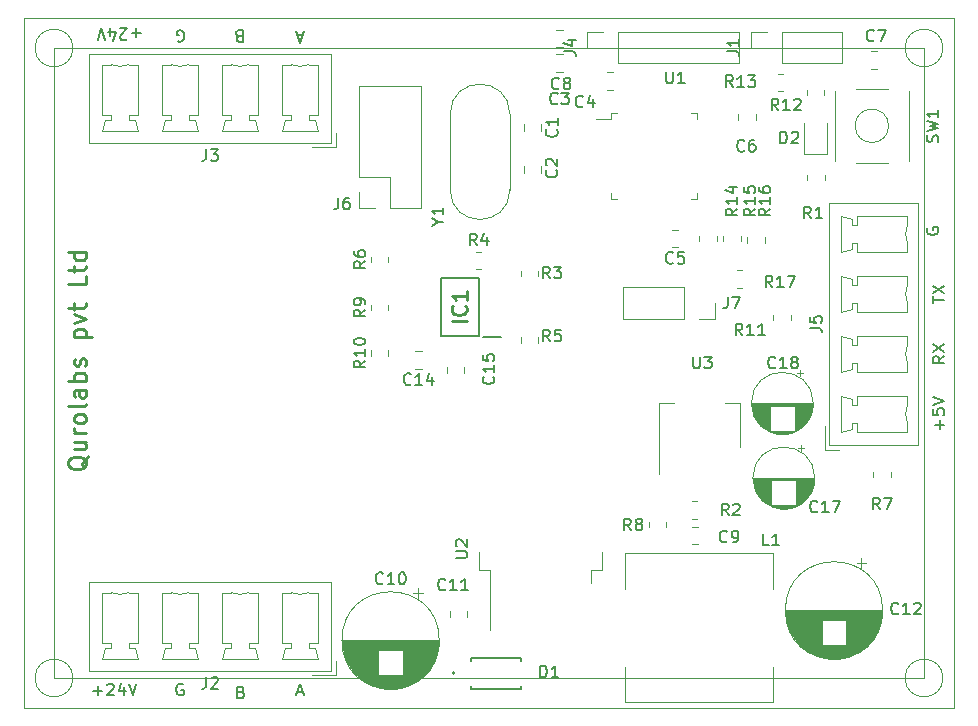
<source format=gbr>
%TF.GenerationSoftware,KiCad,Pcbnew,(5.1.12)-1*%
%TF.CreationDate,2022-08-10T11:31:23+05:30*%
%TF.ProjectId,AGV_SENSOR_PCB_2,4147565f-5345-44e5-934f-525f5043425f,rev?*%
%TF.SameCoordinates,Original*%
%TF.FileFunction,Legend,Top*%
%TF.FilePolarity,Positive*%
%FSLAX46Y46*%
G04 Gerber Fmt 4.6, Leading zero omitted, Abs format (unit mm)*
G04 Created by KiCad (PCBNEW (5.1.12)-1) date 2022-08-10 11:31:23*
%MOMM*%
%LPD*%
G01*
G04 APERTURE LIST*
%ADD10C,0.250000*%
%ADD11C,0.150000*%
%ADD12C,0.120000*%
%ADD13C,0.200000*%
%ADD14C,0.127000*%
%ADD15C,0.254000*%
G04 APERTURE END LIST*
D10*
X117153428Y-105678857D02*
X117082000Y-105821714D01*
X116939142Y-105964571D01*
X116724857Y-106178857D01*
X116653428Y-106321714D01*
X116653428Y-106464571D01*
X117010571Y-106393142D02*
X116939142Y-106536000D01*
X116796285Y-106678857D01*
X116510571Y-106750285D01*
X116010571Y-106750285D01*
X115724857Y-106678857D01*
X115582000Y-106536000D01*
X115510571Y-106393142D01*
X115510571Y-106107428D01*
X115582000Y-105964571D01*
X115724857Y-105821714D01*
X116010571Y-105750285D01*
X116510571Y-105750285D01*
X116796285Y-105821714D01*
X116939142Y-105964571D01*
X117010571Y-106107428D01*
X117010571Y-106393142D01*
X116010571Y-104464571D02*
X117010571Y-104464571D01*
X116010571Y-105107428D02*
X116796285Y-105107428D01*
X116939142Y-105036000D01*
X117010571Y-104893142D01*
X117010571Y-104678857D01*
X116939142Y-104536000D01*
X116867714Y-104464571D01*
X117010571Y-103750285D02*
X116010571Y-103750285D01*
X116296285Y-103750285D02*
X116153428Y-103678857D01*
X116082000Y-103607428D01*
X116010571Y-103464571D01*
X116010571Y-103321714D01*
X117010571Y-102607428D02*
X116939142Y-102750285D01*
X116867714Y-102821714D01*
X116724857Y-102893142D01*
X116296285Y-102893142D01*
X116153428Y-102821714D01*
X116082000Y-102750285D01*
X116010571Y-102607428D01*
X116010571Y-102393142D01*
X116082000Y-102250285D01*
X116153428Y-102178857D01*
X116296285Y-102107428D01*
X116724857Y-102107428D01*
X116867714Y-102178857D01*
X116939142Y-102250285D01*
X117010571Y-102393142D01*
X117010571Y-102607428D01*
X117010571Y-101250285D02*
X116939142Y-101393142D01*
X116796285Y-101464571D01*
X115510571Y-101464571D01*
X117010571Y-100036000D02*
X116224857Y-100036000D01*
X116082000Y-100107428D01*
X116010571Y-100250285D01*
X116010571Y-100536000D01*
X116082000Y-100678857D01*
X116939142Y-100036000D02*
X117010571Y-100178857D01*
X117010571Y-100536000D01*
X116939142Y-100678857D01*
X116796285Y-100750285D01*
X116653428Y-100750285D01*
X116510571Y-100678857D01*
X116439142Y-100536000D01*
X116439142Y-100178857D01*
X116367714Y-100036000D01*
X117010571Y-99321714D02*
X115510571Y-99321714D01*
X116082000Y-99321714D02*
X116010571Y-99178857D01*
X116010571Y-98893142D01*
X116082000Y-98750285D01*
X116153428Y-98678857D01*
X116296285Y-98607428D01*
X116724857Y-98607428D01*
X116867714Y-98678857D01*
X116939142Y-98750285D01*
X117010571Y-98893142D01*
X117010571Y-99178857D01*
X116939142Y-99321714D01*
X116939142Y-98036000D02*
X117010571Y-97893142D01*
X117010571Y-97607428D01*
X116939142Y-97464571D01*
X116796285Y-97393142D01*
X116724857Y-97393142D01*
X116582000Y-97464571D01*
X116510571Y-97607428D01*
X116510571Y-97821714D01*
X116439142Y-97964571D01*
X116296285Y-98036000D01*
X116224857Y-98036000D01*
X116082000Y-97964571D01*
X116010571Y-97821714D01*
X116010571Y-97607428D01*
X116082000Y-97464571D01*
X116010571Y-95607428D02*
X117510571Y-95607428D01*
X116082000Y-95607428D02*
X116010571Y-95464571D01*
X116010571Y-95178857D01*
X116082000Y-95036000D01*
X116153428Y-94964571D01*
X116296285Y-94893142D01*
X116724857Y-94893142D01*
X116867714Y-94964571D01*
X116939142Y-95036000D01*
X117010571Y-95178857D01*
X117010571Y-95464571D01*
X116939142Y-95607428D01*
X116010571Y-94393142D02*
X117010571Y-94036000D01*
X116010571Y-93678857D01*
X116010571Y-93321714D02*
X116010571Y-92750285D01*
X115510571Y-93107428D02*
X116796285Y-93107428D01*
X116939142Y-93036000D01*
X117010571Y-92893142D01*
X117010571Y-92750285D01*
X117010571Y-90393142D02*
X117010571Y-91107428D01*
X115510571Y-91107428D01*
X116010571Y-90107428D02*
X116010571Y-89536000D01*
X115510571Y-89893142D02*
X116796285Y-89893142D01*
X116939142Y-89821714D01*
X117010571Y-89678857D01*
X117010571Y-89536000D01*
X117010571Y-88393142D02*
X115510571Y-88393142D01*
X116939142Y-88393142D02*
X117010571Y-88536000D01*
X117010571Y-88821714D01*
X116939142Y-88964571D01*
X116867714Y-89036000D01*
X116724857Y-89107428D01*
X116296285Y-89107428D01*
X116153428Y-89036000D01*
X116082000Y-88964571D01*
X116010571Y-88821714D01*
X116010571Y-88536000D01*
X116082000Y-88393142D01*
D11*
X189301428Y-103393714D02*
X189301428Y-102631809D01*
X189682380Y-103012761D02*
X188920476Y-103012761D01*
X188682380Y-101679428D02*
X188682380Y-102155619D01*
X189158571Y-102203238D01*
X189110952Y-102155619D01*
X189063333Y-102060380D01*
X189063333Y-101822285D01*
X189110952Y-101727047D01*
X189158571Y-101679428D01*
X189253809Y-101631809D01*
X189491904Y-101631809D01*
X189587142Y-101679428D01*
X189634761Y-101727047D01*
X189682380Y-101822285D01*
X189682380Y-102060380D01*
X189634761Y-102155619D01*
X189587142Y-102203238D01*
X188682380Y-101346095D02*
X189682380Y-101012761D01*
X188682380Y-100679428D01*
X189682380Y-97194666D02*
X189206190Y-97528000D01*
X189682380Y-97766095D02*
X188682380Y-97766095D01*
X188682380Y-97385142D01*
X188730000Y-97289904D01*
X188777619Y-97242285D01*
X188872857Y-97194666D01*
X189015714Y-97194666D01*
X189110952Y-97242285D01*
X189158571Y-97289904D01*
X189206190Y-97385142D01*
X189206190Y-97766095D01*
X188682380Y-96861333D02*
X189682380Y-96194666D01*
X188682380Y-96194666D02*
X189682380Y-96861333D01*
X188682380Y-92709904D02*
X188682380Y-92138476D01*
X189682380Y-92424190D02*
X188682380Y-92424190D01*
X188682380Y-91900380D02*
X189682380Y-91233714D01*
X188682380Y-91233714D02*
X189682380Y-91900380D01*
X188222000Y-86352095D02*
X188174380Y-86447333D01*
X188174380Y-86590190D01*
X188222000Y-86733047D01*
X188317238Y-86828285D01*
X188412476Y-86875904D01*
X188602952Y-86923523D01*
X188745809Y-86923523D01*
X188936285Y-86875904D01*
X189031523Y-86828285D01*
X189126761Y-86733047D01*
X189174380Y-86590190D01*
X189174380Y-86494952D01*
X189126761Y-86352095D01*
X189079142Y-86304476D01*
X188745809Y-86304476D01*
X188745809Y-86494952D01*
X135366095Y-69988133D02*
X134889904Y-69988133D01*
X135461333Y-69702419D02*
X135128000Y-70702419D01*
X134794666Y-69702419D01*
X129976571Y-70124628D02*
X129833714Y-70077009D01*
X129786095Y-70029390D01*
X129738476Y-69934152D01*
X129738476Y-69791295D01*
X129786095Y-69696057D01*
X129833714Y-69648438D01*
X129928952Y-69600819D01*
X130309904Y-69600819D01*
X130309904Y-70600819D01*
X129976571Y-70600819D01*
X129881333Y-70553200D01*
X129833714Y-70505580D01*
X129786095Y-70410342D01*
X129786095Y-70315104D01*
X129833714Y-70219866D01*
X129881333Y-70172247D01*
X129976571Y-70124628D01*
X130309904Y-70124628D01*
X124756895Y-70553200D02*
X124852133Y-70600819D01*
X124994990Y-70600819D01*
X125137847Y-70553200D01*
X125233085Y-70457961D01*
X125280704Y-70362723D01*
X125328323Y-70172247D01*
X125328323Y-70029390D01*
X125280704Y-69838914D01*
X125233085Y-69743676D01*
X125137847Y-69648438D01*
X124994990Y-69600819D01*
X124899752Y-69600819D01*
X124756895Y-69648438D01*
X124709276Y-69696057D01*
X124709276Y-70029390D01*
X124899752Y-70029390D01*
X121649904Y-69829371D02*
X120888000Y-69829371D01*
X121268952Y-69448419D02*
X121268952Y-70210323D01*
X120459428Y-70353180D02*
X120411809Y-70400800D01*
X120316571Y-70448419D01*
X120078476Y-70448419D01*
X119983238Y-70400800D01*
X119935619Y-70353180D01*
X119888000Y-70257942D01*
X119888000Y-70162704D01*
X119935619Y-70019847D01*
X120507047Y-69448419D01*
X119888000Y-69448419D01*
X119030857Y-70115085D02*
X119030857Y-69448419D01*
X119268952Y-70496038D02*
X119507047Y-69781752D01*
X118888000Y-69781752D01*
X118649904Y-70448419D02*
X118316571Y-69448419D01*
X117983238Y-70448419D01*
X117618095Y-125547428D02*
X118380000Y-125547428D01*
X117999047Y-125928380D02*
X117999047Y-125166476D01*
X118808571Y-125023619D02*
X118856190Y-124976000D01*
X118951428Y-124928380D01*
X119189523Y-124928380D01*
X119284761Y-124976000D01*
X119332380Y-125023619D01*
X119380000Y-125118857D01*
X119380000Y-125214095D01*
X119332380Y-125356952D01*
X118760952Y-125928380D01*
X119380000Y-125928380D01*
X120237142Y-125261714D02*
X120237142Y-125928380D01*
X119999047Y-124880761D02*
X119760952Y-125595047D01*
X120380000Y-125595047D01*
X120618095Y-124928380D02*
X120951428Y-125928380D01*
X121284761Y-124928380D01*
X125229904Y-124976000D02*
X125134666Y-124928380D01*
X124991809Y-124928380D01*
X124848952Y-124976000D01*
X124753714Y-125071238D01*
X124706095Y-125166476D01*
X124658476Y-125356952D01*
X124658476Y-125499809D01*
X124706095Y-125690285D01*
X124753714Y-125785523D01*
X124848952Y-125880761D01*
X124991809Y-125928380D01*
X125087047Y-125928380D01*
X125229904Y-125880761D01*
X125277523Y-125833142D01*
X125277523Y-125499809D01*
X125087047Y-125499809D01*
X130119428Y-125658571D02*
X130262285Y-125706190D01*
X130309904Y-125753809D01*
X130357523Y-125849047D01*
X130357523Y-125991904D01*
X130309904Y-126087142D01*
X130262285Y-126134761D01*
X130167047Y-126182380D01*
X129786095Y-126182380D01*
X129786095Y-125182380D01*
X130119428Y-125182380D01*
X130214666Y-125230000D01*
X130262285Y-125277619D01*
X130309904Y-125372857D01*
X130309904Y-125468095D01*
X130262285Y-125563333D01*
X130214666Y-125610952D01*
X130119428Y-125658571D01*
X129786095Y-125658571D01*
X134889904Y-125642666D02*
X135366095Y-125642666D01*
X134794666Y-125928380D02*
X135128000Y-124928380D01*
X135461333Y-125928380D01*
D12*
X187960000Y-71120000D02*
X187960000Y-124460000D01*
X114300000Y-71120000D02*
X187960000Y-71120000D01*
X114300000Y-124460000D02*
X114300000Y-71120000D01*
X114300000Y-124460000D02*
X187960000Y-124460000D01*
X189560000Y-124460000D02*
G75*
G03*
X189560000Y-124460000I-1600000J0D01*
G01*
X189560000Y-71120000D02*
G75*
G03*
X189560000Y-71120000I-1600000J0D01*
G01*
X115900000Y-71120000D02*
G75*
G03*
X115900000Y-71120000I-1600000J0D01*
G01*
X115900000Y-124460000D02*
G75*
G03*
X115900000Y-124460000I-1600000J0D01*
G01*
X111760000Y-127000000D02*
X111760000Y-68580000D01*
X190500000Y-127000000D02*
X111760000Y-127000000D01*
X190500000Y-68580000D02*
X190500000Y-127000000D01*
X111760000Y-68580000D02*
X190500000Y-68580000D01*
%TO.C,U1*%
X161490000Y-77104000D02*
X160200000Y-77104000D01*
X161490000Y-76654000D02*
X161490000Y-77104000D01*
X161940000Y-76654000D02*
X161490000Y-76654000D01*
X168710000Y-76654000D02*
X168710000Y-77104000D01*
X168260000Y-76654000D02*
X168710000Y-76654000D01*
X161490000Y-83874000D02*
X161490000Y-83424000D01*
X161940000Y-83874000D02*
X161490000Y-83874000D01*
X168710000Y-83874000D02*
X168710000Y-83424000D01*
X168260000Y-83874000D02*
X168710000Y-83874000D01*
%TO.C,C1*%
X154078000Y-77589748D02*
X154078000Y-78112252D01*
X155548000Y-77589748D02*
X155548000Y-78112252D01*
%TO.C,C2*%
X154078000Y-81668252D02*
X154078000Y-81145748D01*
X155548000Y-81668252D02*
X155548000Y-81145748D01*
%TO.C,C3*%
X156835248Y-73125000D02*
X157357752Y-73125000D01*
X156835248Y-71655000D02*
X157357752Y-71655000D01*
%TO.C,C4*%
X161617252Y-73179000D02*
X161094748Y-73179000D01*
X161617252Y-74649000D02*
X161094748Y-74649000D01*
%TO.C,C5*%
X167136752Y-87984000D02*
X166614248Y-87984000D01*
X167136752Y-86514000D02*
X166614248Y-86514000D01*
%TO.C,C6*%
X172239000Y-76700748D02*
X172239000Y-77223252D01*
X173709000Y-76700748D02*
X173709000Y-77223252D01*
%TO.C,C7*%
X183441748Y-71401000D02*
X183964252Y-71401000D01*
X183441748Y-72871000D02*
X183964252Y-72871000D01*
%TO.C,C8*%
X156837748Y-69559500D02*
X157360252Y-69559500D01*
X156837748Y-71029500D02*
X157360252Y-71029500D01*
%TO.C,C9*%
X168328748Y-111660000D02*
X168851252Y-111660000D01*
X168328748Y-113130000D02*
X168851252Y-113130000D01*
%TO.C,C10*%
X146918800Y-121280000D02*
G75*
G03*
X146918800Y-121280000I-4120000J0D01*
G01*
X146878800Y-121280000D02*
X138718800Y-121280000D01*
X146878800Y-121320000D02*
X138718800Y-121320000D01*
X146878800Y-121360000D02*
X138718800Y-121360000D01*
X146877800Y-121400000D02*
X138719800Y-121400000D01*
X146875800Y-121440000D02*
X138721800Y-121440000D01*
X146874800Y-121480000D02*
X138722800Y-121480000D01*
X146872800Y-121520000D02*
X138724800Y-121520000D01*
X146869800Y-121560000D02*
X138727800Y-121560000D01*
X146866800Y-121600000D02*
X138730800Y-121600000D01*
X146863800Y-121640000D02*
X138733800Y-121640000D01*
X146859800Y-121680000D02*
X138737800Y-121680000D01*
X146855800Y-121720000D02*
X138741800Y-121720000D01*
X146850800Y-121760000D02*
X138746800Y-121760000D01*
X146846800Y-121800000D02*
X138750800Y-121800000D01*
X146840800Y-121840000D02*
X138756800Y-121840000D01*
X146835800Y-121880000D02*
X138761800Y-121880000D01*
X146828800Y-121920000D02*
X138768800Y-121920000D01*
X146822800Y-121960000D02*
X138774800Y-121960000D01*
X146815800Y-122001000D02*
X138781800Y-122001000D01*
X146808800Y-122041000D02*
X138788800Y-122041000D01*
X146800800Y-122081000D02*
X138796800Y-122081000D01*
X146792800Y-122121000D02*
X138804800Y-122121000D01*
X146783800Y-122161000D02*
X143838800Y-122161000D01*
X141758800Y-122161000D02*
X138813800Y-122161000D01*
X146774800Y-122201000D02*
X143838800Y-122201000D01*
X141758800Y-122201000D02*
X138822800Y-122201000D01*
X146765800Y-122241000D02*
X143838800Y-122241000D01*
X141758800Y-122241000D02*
X138831800Y-122241000D01*
X146755800Y-122281000D02*
X143838800Y-122281000D01*
X141758800Y-122281000D02*
X138841800Y-122281000D01*
X146745800Y-122321000D02*
X143838800Y-122321000D01*
X141758800Y-122321000D02*
X138851800Y-122321000D01*
X146734800Y-122361000D02*
X143838800Y-122361000D01*
X141758800Y-122361000D02*
X138862800Y-122361000D01*
X146723800Y-122401000D02*
X143838800Y-122401000D01*
X141758800Y-122401000D02*
X138873800Y-122401000D01*
X146712800Y-122441000D02*
X143838800Y-122441000D01*
X141758800Y-122441000D02*
X138884800Y-122441000D01*
X146700800Y-122481000D02*
X143838800Y-122481000D01*
X141758800Y-122481000D02*
X138896800Y-122481000D01*
X146687800Y-122521000D02*
X143838800Y-122521000D01*
X141758800Y-122521000D02*
X138909800Y-122521000D01*
X146675800Y-122561000D02*
X143838800Y-122561000D01*
X141758800Y-122561000D02*
X138921800Y-122561000D01*
X146661800Y-122601000D02*
X143838800Y-122601000D01*
X141758800Y-122601000D02*
X138935800Y-122601000D01*
X146648800Y-122641000D02*
X143838800Y-122641000D01*
X141758800Y-122641000D02*
X138948800Y-122641000D01*
X146633800Y-122681000D02*
X143838800Y-122681000D01*
X141758800Y-122681000D02*
X138963800Y-122681000D01*
X146619800Y-122721000D02*
X143838800Y-122721000D01*
X141758800Y-122721000D02*
X138977800Y-122721000D01*
X146603800Y-122761000D02*
X143838800Y-122761000D01*
X141758800Y-122761000D02*
X138993800Y-122761000D01*
X146588800Y-122801000D02*
X143838800Y-122801000D01*
X141758800Y-122801000D02*
X139008800Y-122801000D01*
X146572800Y-122841000D02*
X143838800Y-122841000D01*
X141758800Y-122841000D02*
X139024800Y-122841000D01*
X146555800Y-122881000D02*
X143838800Y-122881000D01*
X141758800Y-122881000D02*
X139041800Y-122881000D01*
X146538800Y-122921000D02*
X143838800Y-122921000D01*
X141758800Y-122921000D02*
X139058800Y-122921000D01*
X146520800Y-122961000D02*
X143838800Y-122961000D01*
X141758800Y-122961000D02*
X139076800Y-122961000D01*
X146502800Y-123001000D02*
X143838800Y-123001000D01*
X141758800Y-123001000D02*
X139094800Y-123001000D01*
X146484800Y-123041000D02*
X143838800Y-123041000D01*
X141758800Y-123041000D02*
X139112800Y-123041000D01*
X146464800Y-123081000D02*
X143838800Y-123081000D01*
X141758800Y-123081000D02*
X139132800Y-123081000D01*
X146445800Y-123121000D02*
X143838800Y-123121000D01*
X141758800Y-123121000D02*
X139151800Y-123121000D01*
X146425800Y-123161000D02*
X143838800Y-123161000D01*
X141758800Y-123161000D02*
X139171800Y-123161000D01*
X146404800Y-123201000D02*
X143838800Y-123201000D01*
X141758800Y-123201000D02*
X139192800Y-123201000D01*
X146382800Y-123241000D02*
X143838800Y-123241000D01*
X141758800Y-123241000D02*
X139214800Y-123241000D01*
X146360800Y-123281000D02*
X143838800Y-123281000D01*
X141758800Y-123281000D02*
X139236800Y-123281000D01*
X146338800Y-123321000D02*
X143838800Y-123321000D01*
X141758800Y-123321000D02*
X139258800Y-123321000D01*
X146315800Y-123361000D02*
X143838800Y-123361000D01*
X141758800Y-123361000D02*
X139281800Y-123361000D01*
X146291800Y-123401000D02*
X143838800Y-123401000D01*
X141758800Y-123401000D02*
X139305800Y-123401000D01*
X146267800Y-123441000D02*
X143838800Y-123441000D01*
X141758800Y-123441000D02*
X139329800Y-123441000D01*
X146242800Y-123481000D02*
X143838800Y-123481000D01*
X141758800Y-123481000D02*
X139354800Y-123481000D01*
X146216800Y-123521000D02*
X143838800Y-123521000D01*
X141758800Y-123521000D02*
X139380800Y-123521000D01*
X146190800Y-123561000D02*
X143838800Y-123561000D01*
X141758800Y-123561000D02*
X139406800Y-123561000D01*
X146163800Y-123601000D02*
X143838800Y-123601000D01*
X141758800Y-123601000D02*
X139433800Y-123601000D01*
X146136800Y-123641000D02*
X143838800Y-123641000D01*
X141758800Y-123641000D02*
X139460800Y-123641000D01*
X146107800Y-123681000D02*
X143838800Y-123681000D01*
X141758800Y-123681000D02*
X139489800Y-123681000D01*
X146078800Y-123721000D02*
X143838800Y-123721000D01*
X141758800Y-123721000D02*
X139518800Y-123721000D01*
X146048800Y-123761000D02*
X143838800Y-123761000D01*
X141758800Y-123761000D02*
X139548800Y-123761000D01*
X146018800Y-123801000D02*
X143838800Y-123801000D01*
X141758800Y-123801000D02*
X139578800Y-123801000D01*
X145987800Y-123841000D02*
X143838800Y-123841000D01*
X141758800Y-123841000D02*
X139609800Y-123841000D01*
X145954800Y-123881000D02*
X143838800Y-123881000D01*
X141758800Y-123881000D02*
X139642800Y-123881000D01*
X145922800Y-123921000D02*
X143838800Y-123921000D01*
X141758800Y-123921000D02*
X139674800Y-123921000D01*
X145888800Y-123961000D02*
X143838800Y-123961000D01*
X141758800Y-123961000D02*
X139708800Y-123961000D01*
X145853800Y-124001000D02*
X143838800Y-124001000D01*
X141758800Y-124001000D02*
X139743800Y-124001000D01*
X145817800Y-124041000D02*
X143838800Y-124041000D01*
X141758800Y-124041000D02*
X139779800Y-124041000D01*
X145781800Y-124081000D02*
X143838800Y-124081000D01*
X141758800Y-124081000D02*
X139815800Y-124081000D01*
X145743800Y-124121000D02*
X143838800Y-124121000D01*
X141758800Y-124121000D02*
X139853800Y-124121000D01*
X145705800Y-124161000D02*
X143838800Y-124161000D01*
X141758800Y-124161000D02*
X139891800Y-124161000D01*
X145665800Y-124201000D02*
X143838800Y-124201000D01*
X141758800Y-124201000D02*
X139931800Y-124201000D01*
X145624800Y-124241000D02*
X139972800Y-124241000D01*
X145582800Y-124281000D02*
X140014800Y-124281000D01*
X145539800Y-124321000D02*
X140057800Y-124321000D01*
X145495800Y-124361000D02*
X140101800Y-124361000D01*
X145449800Y-124401000D02*
X140147800Y-124401000D01*
X145402800Y-124441000D02*
X140194800Y-124441000D01*
X145354800Y-124481000D02*
X140242800Y-124481000D01*
X145303800Y-124521000D02*
X140293800Y-124521000D01*
X145252800Y-124561000D02*
X140344800Y-124561000D01*
X145198800Y-124601000D02*
X140398800Y-124601000D01*
X145143800Y-124641000D02*
X140453800Y-124641000D01*
X145085800Y-124681000D02*
X140511800Y-124681000D01*
X145026800Y-124721000D02*
X140570800Y-124721000D01*
X144964800Y-124761000D02*
X140632800Y-124761000D01*
X144900800Y-124801000D02*
X140696800Y-124801000D01*
X144832800Y-124841000D02*
X140764800Y-124841000D01*
X144762800Y-124881000D02*
X140834800Y-124881000D01*
X144688800Y-124921000D02*
X140908800Y-124921000D01*
X144611800Y-124961000D02*
X140985800Y-124961000D01*
X144529800Y-125001000D02*
X141067800Y-125001000D01*
X144443800Y-125041000D02*
X141153800Y-125041000D01*
X144350800Y-125081000D02*
X141246800Y-125081000D01*
X144251800Y-125121000D02*
X141345800Y-125121000D01*
X144144800Y-125161000D02*
X141452800Y-125161000D01*
X144027800Y-125201000D02*
X141569800Y-125201000D01*
X143896800Y-125241000D02*
X141700800Y-125241000D01*
X143746800Y-125281000D02*
X141850800Y-125281000D01*
X143566800Y-125321000D02*
X142030800Y-125321000D01*
X143331800Y-125361000D02*
X142265800Y-125361000D01*
X145113800Y-116870302D02*
X145113800Y-117670302D01*
X145513800Y-117270302D02*
X144713800Y-117270302D01*
%TO.C,C11*%
X149261500Y-118803748D02*
X149261500Y-119326252D01*
X147791500Y-118803748D02*
X147791500Y-119326252D01*
%TO.C,C12*%
X183055000Y-114730302D02*
X182255000Y-114730302D01*
X182655000Y-114330302D02*
X182655000Y-115130302D01*
X180873000Y-122821000D02*
X179807000Y-122821000D01*
X181108000Y-122781000D02*
X179572000Y-122781000D01*
X181288000Y-122741000D02*
X179392000Y-122741000D01*
X181438000Y-122701000D02*
X179242000Y-122701000D01*
X181569000Y-122661000D02*
X179111000Y-122661000D01*
X181686000Y-122621000D02*
X178994000Y-122621000D01*
X181793000Y-122581000D02*
X178887000Y-122581000D01*
X181892000Y-122541000D02*
X178788000Y-122541000D01*
X181985000Y-122501000D02*
X178695000Y-122501000D01*
X182071000Y-122461000D02*
X178609000Y-122461000D01*
X182153000Y-122421000D02*
X178527000Y-122421000D01*
X182230000Y-122381000D02*
X178450000Y-122381000D01*
X182304000Y-122341000D02*
X178376000Y-122341000D01*
X182374000Y-122301000D02*
X178306000Y-122301000D01*
X182442000Y-122261000D02*
X178238000Y-122261000D01*
X182506000Y-122221000D02*
X178174000Y-122221000D01*
X182568000Y-122181000D02*
X178112000Y-122181000D01*
X182627000Y-122141000D02*
X178053000Y-122141000D01*
X182685000Y-122101000D02*
X177995000Y-122101000D01*
X182740000Y-122061000D02*
X177940000Y-122061000D01*
X182794000Y-122021000D02*
X177886000Y-122021000D01*
X182845000Y-121981000D02*
X177835000Y-121981000D01*
X182896000Y-121941000D02*
X177784000Y-121941000D01*
X182944000Y-121901000D02*
X177736000Y-121901000D01*
X182991000Y-121861000D02*
X177689000Y-121861000D01*
X183037000Y-121821000D02*
X177643000Y-121821000D01*
X183081000Y-121781000D02*
X177599000Y-121781000D01*
X183124000Y-121741000D02*
X177556000Y-121741000D01*
X183166000Y-121701000D02*
X177514000Y-121701000D01*
X179300000Y-121661000D02*
X177473000Y-121661000D01*
X183207000Y-121661000D02*
X181380000Y-121661000D01*
X179300000Y-121621000D02*
X177433000Y-121621000D01*
X183247000Y-121621000D02*
X181380000Y-121621000D01*
X179300000Y-121581000D02*
X177395000Y-121581000D01*
X183285000Y-121581000D02*
X181380000Y-121581000D01*
X179300000Y-121541000D02*
X177357000Y-121541000D01*
X183323000Y-121541000D02*
X181380000Y-121541000D01*
X179300000Y-121501000D02*
X177321000Y-121501000D01*
X183359000Y-121501000D02*
X181380000Y-121501000D01*
X179300000Y-121461000D02*
X177285000Y-121461000D01*
X183395000Y-121461000D02*
X181380000Y-121461000D01*
X179300000Y-121421000D02*
X177250000Y-121421000D01*
X183430000Y-121421000D02*
X181380000Y-121421000D01*
X179300000Y-121381000D02*
X177216000Y-121381000D01*
X183464000Y-121381000D02*
X181380000Y-121381000D01*
X179300000Y-121341000D02*
X177184000Y-121341000D01*
X183496000Y-121341000D02*
X181380000Y-121341000D01*
X179300000Y-121301000D02*
X177151000Y-121301000D01*
X183529000Y-121301000D02*
X181380000Y-121301000D01*
X179300000Y-121261000D02*
X177120000Y-121261000D01*
X183560000Y-121261000D02*
X181380000Y-121261000D01*
X179300000Y-121221000D02*
X177090000Y-121221000D01*
X183590000Y-121221000D02*
X181380000Y-121221000D01*
X179300000Y-121181000D02*
X177060000Y-121181000D01*
X183620000Y-121181000D02*
X181380000Y-121181000D01*
X179300000Y-121141000D02*
X177031000Y-121141000D01*
X183649000Y-121141000D02*
X181380000Y-121141000D01*
X179300000Y-121101000D02*
X177002000Y-121101000D01*
X183678000Y-121101000D02*
X181380000Y-121101000D01*
X179300000Y-121061000D02*
X176975000Y-121061000D01*
X183705000Y-121061000D02*
X181380000Y-121061000D01*
X179300000Y-121021000D02*
X176948000Y-121021000D01*
X183732000Y-121021000D02*
X181380000Y-121021000D01*
X179300000Y-120981000D02*
X176922000Y-120981000D01*
X183758000Y-120981000D02*
X181380000Y-120981000D01*
X179300000Y-120941000D02*
X176896000Y-120941000D01*
X183784000Y-120941000D02*
X181380000Y-120941000D01*
X179300000Y-120901000D02*
X176871000Y-120901000D01*
X183809000Y-120901000D02*
X181380000Y-120901000D01*
X179300000Y-120861000D02*
X176847000Y-120861000D01*
X183833000Y-120861000D02*
X181380000Y-120861000D01*
X179300000Y-120821000D02*
X176823000Y-120821000D01*
X183857000Y-120821000D02*
X181380000Y-120821000D01*
X179300000Y-120781000D02*
X176800000Y-120781000D01*
X183880000Y-120781000D02*
X181380000Y-120781000D01*
X179300000Y-120741000D02*
X176778000Y-120741000D01*
X183902000Y-120741000D02*
X181380000Y-120741000D01*
X179300000Y-120701000D02*
X176756000Y-120701000D01*
X183924000Y-120701000D02*
X181380000Y-120701000D01*
X179300000Y-120661000D02*
X176734000Y-120661000D01*
X183946000Y-120661000D02*
X181380000Y-120661000D01*
X179300000Y-120621000D02*
X176713000Y-120621000D01*
X183967000Y-120621000D02*
X181380000Y-120621000D01*
X179300000Y-120581000D02*
X176693000Y-120581000D01*
X183987000Y-120581000D02*
X181380000Y-120581000D01*
X179300000Y-120541000D02*
X176674000Y-120541000D01*
X184006000Y-120541000D02*
X181380000Y-120541000D01*
X179300000Y-120501000D02*
X176654000Y-120501000D01*
X184026000Y-120501000D02*
X181380000Y-120501000D01*
X179300000Y-120461000D02*
X176636000Y-120461000D01*
X184044000Y-120461000D02*
X181380000Y-120461000D01*
X179300000Y-120421000D02*
X176618000Y-120421000D01*
X184062000Y-120421000D02*
X181380000Y-120421000D01*
X179300000Y-120381000D02*
X176600000Y-120381000D01*
X184080000Y-120381000D02*
X181380000Y-120381000D01*
X179300000Y-120341000D02*
X176583000Y-120341000D01*
X184097000Y-120341000D02*
X181380000Y-120341000D01*
X179300000Y-120301000D02*
X176566000Y-120301000D01*
X184114000Y-120301000D02*
X181380000Y-120301000D01*
X179300000Y-120261000D02*
X176550000Y-120261000D01*
X184130000Y-120261000D02*
X181380000Y-120261000D01*
X179300000Y-120221000D02*
X176535000Y-120221000D01*
X184145000Y-120221000D02*
X181380000Y-120221000D01*
X179300000Y-120181000D02*
X176519000Y-120181000D01*
X184161000Y-120181000D02*
X181380000Y-120181000D01*
X179300000Y-120141000D02*
X176505000Y-120141000D01*
X184175000Y-120141000D02*
X181380000Y-120141000D01*
X179300000Y-120101000D02*
X176490000Y-120101000D01*
X184190000Y-120101000D02*
X181380000Y-120101000D01*
X179300000Y-120061000D02*
X176477000Y-120061000D01*
X184203000Y-120061000D02*
X181380000Y-120061000D01*
X179300000Y-120021000D02*
X176463000Y-120021000D01*
X184217000Y-120021000D02*
X181380000Y-120021000D01*
X179300000Y-119981000D02*
X176451000Y-119981000D01*
X184229000Y-119981000D02*
X181380000Y-119981000D01*
X179300000Y-119941000D02*
X176438000Y-119941000D01*
X184242000Y-119941000D02*
X181380000Y-119941000D01*
X179300000Y-119901000D02*
X176426000Y-119901000D01*
X184254000Y-119901000D02*
X181380000Y-119901000D01*
X179300000Y-119861000D02*
X176415000Y-119861000D01*
X184265000Y-119861000D02*
X181380000Y-119861000D01*
X179300000Y-119821000D02*
X176404000Y-119821000D01*
X184276000Y-119821000D02*
X181380000Y-119821000D01*
X179300000Y-119781000D02*
X176393000Y-119781000D01*
X184287000Y-119781000D02*
X181380000Y-119781000D01*
X179300000Y-119741000D02*
X176383000Y-119741000D01*
X184297000Y-119741000D02*
X181380000Y-119741000D01*
X179300000Y-119701000D02*
X176373000Y-119701000D01*
X184307000Y-119701000D02*
X181380000Y-119701000D01*
X179300000Y-119661000D02*
X176364000Y-119661000D01*
X184316000Y-119661000D02*
X181380000Y-119661000D01*
X179300000Y-119621000D02*
X176355000Y-119621000D01*
X184325000Y-119621000D02*
X181380000Y-119621000D01*
X184334000Y-119581000D02*
X176346000Y-119581000D01*
X184342000Y-119541000D02*
X176338000Y-119541000D01*
X184350000Y-119501000D02*
X176330000Y-119501000D01*
X184357000Y-119461000D02*
X176323000Y-119461000D01*
X184364000Y-119420000D02*
X176316000Y-119420000D01*
X184370000Y-119380000D02*
X176310000Y-119380000D01*
X184377000Y-119340000D02*
X176303000Y-119340000D01*
X184382000Y-119300000D02*
X176298000Y-119300000D01*
X184388000Y-119260000D02*
X176292000Y-119260000D01*
X184392000Y-119220000D02*
X176288000Y-119220000D01*
X184397000Y-119180000D02*
X176283000Y-119180000D01*
X184401000Y-119140000D02*
X176279000Y-119140000D01*
X184405000Y-119100000D02*
X176275000Y-119100000D01*
X184408000Y-119060000D02*
X176272000Y-119060000D01*
X184411000Y-119020000D02*
X176269000Y-119020000D01*
X184414000Y-118980000D02*
X176266000Y-118980000D01*
X184416000Y-118940000D02*
X176264000Y-118940000D01*
X184417000Y-118900000D02*
X176263000Y-118900000D01*
X184419000Y-118860000D02*
X176261000Y-118860000D01*
X184420000Y-118820000D02*
X176260000Y-118820000D01*
X184420000Y-118780000D02*
X176260000Y-118780000D01*
X184420000Y-118740000D02*
X176260000Y-118740000D01*
X184460000Y-118740000D02*
G75*
G03*
X184460000Y-118740000I-4120000J0D01*
G01*
%TO.C,C14*%
X145419752Y-96801000D02*
X144897248Y-96801000D01*
X145419752Y-98271000D02*
X144897248Y-98271000D01*
%TO.C,C15*%
X147537500Y-98102748D02*
X147537500Y-98625252D01*
X149007500Y-98102748D02*
X149007500Y-98625252D01*
%TO.C,C17*%
X177810500Y-104970725D02*
X177310500Y-104970725D01*
X177560500Y-104720725D02*
X177560500Y-105220725D01*
X176369500Y-110126500D02*
X175801500Y-110126500D01*
X176603500Y-110086500D02*
X175567500Y-110086500D01*
X176762500Y-110046500D02*
X175408500Y-110046500D01*
X176890500Y-110006500D02*
X175280500Y-110006500D01*
X177000500Y-109966500D02*
X175170500Y-109966500D01*
X177096500Y-109926500D02*
X175074500Y-109926500D01*
X177183500Y-109886500D02*
X174987500Y-109886500D01*
X177263500Y-109846500D02*
X174907500Y-109846500D01*
X175045500Y-109806500D02*
X174834500Y-109806500D01*
X177336500Y-109806500D02*
X177125500Y-109806500D01*
X175045500Y-109766500D02*
X174766500Y-109766500D01*
X177404500Y-109766500D02*
X177125500Y-109766500D01*
X175045500Y-109726500D02*
X174702500Y-109726500D01*
X177468500Y-109726500D02*
X177125500Y-109726500D01*
X175045500Y-109686500D02*
X174642500Y-109686500D01*
X177528500Y-109686500D02*
X177125500Y-109686500D01*
X175045500Y-109646500D02*
X174585500Y-109646500D01*
X177585500Y-109646500D02*
X177125500Y-109646500D01*
X175045500Y-109606500D02*
X174531500Y-109606500D01*
X177639500Y-109606500D02*
X177125500Y-109606500D01*
X175045500Y-109566500D02*
X174480500Y-109566500D01*
X177690500Y-109566500D02*
X177125500Y-109566500D01*
X175045500Y-109526500D02*
X174432500Y-109526500D01*
X177738500Y-109526500D02*
X177125500Y-109526500D01*
X175045500Y-109486500D02*
X174386500Y-109486500D01*
X177784500Y-109486500D02*
X177125500Y-109486500D01*
X175045500Y-109446500D02*
X174342500Y-109446500D01*
X177828500Y-109446500D02*
X177125500Y-109446500D01*
X175045500Y-109406500D02*
X174300500Y-109406500D01*
X177870500Y-109406500D02*
X177125500Y-109406500D01*
X175045500Y-109366500D02*
X174259500Y-109366500D01*
X177911500Y-109366500D02*
X177125500Y-109366500D01*
X175045500Y-109326500D02*
X174221500Y-109326500D01*
X177949500Y-109326500D02*
X177125500Y-109326500D01*
X175045500Y-109286500D02*
X174184500Y-109286500D01*
X177986500Y-109286500D02*
X177125500Y-109286500D01*
X175045500Y-109246500D02*
X174148500Y-109246500D01*
X178022500Y-109246500D02*
X177125500Y-109246500D01*
X175045500Y-109206500D02*
X174114500Y-109206500D01*
X178056500Y-109206500D02*
X177125500Y-109206500D01*
X175045500Y-109166500D02*
X174081500Y-109166500D01*
X178089500Y-109166500D02*
X177125500Y-109166500D01*
X175045500Y-109126500D02*
X174050500Y-109126500D01*
X178120500Y-109126500D02*
X177125500Y-109126500D01*
X175045500Y-109086500D02*
X174020500Y-109086500D01*
X178150500Y-109086500D02*
X177125500Y-109086500D01*
X175045500Y-109046500D02*
X173990500Y-109046500D01*
X178180500Y-109046500D02*
X177125500Y-109046500D01*
X175045500Y-109006500D02*
X173963500Y-109006500D01*
X178207500Y-109006500D02*
X177125500Y-109006500D01*
X175045500Y-108966500D02*
X173936500Y-108966500D01*
X178234500Y-108966500D02*
X177125500Y-108966500D01*
X175045500Y-108926500D02*
X173910500Y-108926500D01*
X178260500Y-108926500D02*
X177125500Y-108926500D01*
X175045500Y-108886500D02*
X173885500Y-108886500D01*
X178285500Y-108886500D02*
X177125500Y-108886500D01*
X175045500Y-108846500D02*
X173861500Y-108846500D01*
X178309500Y-108846500D02*
X177125500Y-108846500D01*
X175045500Y-108806500D02*
X173838500Y-108806500D01*
X178332500Y-108806500D02*
X177125500Y-108806500D01*
X175045500Y-108766500D02*
X173817500Y-108766500D01*
X178353500Y-108766500D02*
X177125500Y-108766500D01*
X175045500Y-108726500D02*
X173795500Y-108726500D01*
X178375500Y-108726500D02*
X177125500Y-108726500D01*
X175045500Y-108686500D02*
X173775500Y-108686500D01*
X178395500Y-108686500D02*
X177125500Y-108686500D01*
X175045500Y-108646500D02*
X173756500Y-108646500D01*
X178414500Y-108646500D02*
X177125500Y-108646500D01*
X175045500Y-108606500D02*
X173737500Y-108606500D01*
X178433500Y-108606500D02*
X177125500Y-108606500D01*
X175045500Y-108566500D02*
X173720500Y-108566500D01*
X178450500Y-108566500D02*
X177125500Y-108566500D01*
X175045500Y-108526500D02*
X173703500Y-108526500D01*
X178467500Y-108526500D02*
X177125500Y-108526500D01*
X175045500Y-108486500D02*
X173687500Y-108486500D01*
X178483500Y-108486500D02*
X177125500Y-108486500D01*
X175045500Y-108446500D02*
X173671500Y-108446500D01*
X178499500Y-108446500D02*
X177125500Y-108446500D01*
X175045500Y-108406500D02*
X173657500Y-108406500D01*
X178513500Y-108406500D02*
X177125500Y-108406500D01*
X175045500Y-108366500D02*
X173643500Y-108366500D01*
X178527500Y-108366500D02*
X177125500Y-108366500D01*
X175045500Y-108326500D02*
X173630500Y-108326500D01*
X178540500Y-108326500D02*
X177125500Y-108326500D01*
X175045500Y-108286500D02*
X173617500Y-108286500D01*
X178553500Y-108286500D02*
X177125500Y-108286500D01*
X175045500Y-108246500D02*
X173605500Y-108246500D01*
X178565500Y-108246500D02*
X177125500Y-108246500D01*
X175045500Y-108205500D02*
X173594500Y-108205500D01*
X178576500Y-108205500D02*
X177125500Y-108205500D01*
X175045500Y-108165500D02*
X173584500Y-108165500D01*
X178586500Y-108165500D02*
X177125500Y-108165500D01*
X175045500Y-108125500D02*
X173574500Y-108125500D01*
X178596500Y-108125500D02*
X177125500Y-108125500D01*
X175045500Y-108085500D02*
X173565500Y-108085500D01*
X178605500Y-108085500D02*
X177125500Y-108085500D01*
X175045500Y-108045500D02*
X173557500Y-108045500D01*
X178613500Y-108045500D02*
X177125500Y-108045500D01*
X175045500Y-108005500D02*
X173549500Y-108005500D01*
X178621500Y-108005500D02*
X177125500Y-108005500D01*
X175045500Y-107965500D02*
X173542500Y-107965500D01*
X178628500Y-107965500D02*
X177125500Y-107965500D01*
X175045500Y-107925500D02*
X173535500Y-107925500D01*
X178635500Y-107925500D02*
X177125500Y-107925500D01*
X175045500Y-107885500D02*
X173529500Y-107885500D01*
X178641500Y-107885500D02*
X177125500Y-107885500D01*
X175045500Y-107845500D02*
X173524500Y-107845500D01*
X178646500Y-107845500D02*
X177125500Y-107845500D01*
X175045500Y-107805500D02*
X173520500Y-107805500D01*
X178650500Y-107805500D02*
X177125500Y-107805500D01*
X175045500Y-107765500D02*
X173516500Y-107765500D01*
X178654500Y-107765500D02*
X177125500Y-107765500D01*
X178658500Y-107725500D02*
X173512500Y-107725500D01*
X178661500Y-107685500D02*
X173509500Y-107685500D01*
X178663500Y-107645500D02*
X173507500Y-107645500D01*
X178664500Y-107605500D02*
X173506500Y-107605500D01*
X178665500Y-107565500D02*
X173505500Y-107565500D01*
X178665500Y-107525500D02*
X173505500Y-107525500D01*
X178705500Y-107525500D02*
G75*
G03*
X178705500Y-107525500I-2620000J0D01*
G01*
%TO.C,C18*%
X178578500Y-101199000D02*
G75*
G03*
X178578500Y-101199000I-2620000J0D01*
G01*
X178538500Y-101199000D02*
X173378500Y-101199000D01*
X178538500Y-101239000D02*
X173378500Y-101239000D01*
X178537500Y-101279000D02*
X173379500Y-101279000D01*
X178536500Y-101319000D02*
X173380500Y-101319000D01*
X178534500Y-101359000D02*
X173382500Y-101359000D01*
X178531500Y-101399000D02*
X173385500Y-101399000D01*
X178527500Y-101439000D02*
X176998500Y-101439000D01*
X174918500Y-101439000D02*
X173389500Y-101439000D01*
X178523500Y-101479000D02*
X176998500Y-101479000D01*
X174918500Y-101479000D02*
X173393500Y-101479000D01*
X178519500Y-101519000D02*
X176998500Y-101519000D01*
X174918500Y-101519000D02*
X173397500Y-101519000D01*
X178514500Y-101559000D02*
X176998500Y-101559000D01*
X174918500Y-101559000D02*
X173402500Y-101559000D01*
X178508500Y-101599000D02*
X176998500Y-101599000D01*
X174918500Y-101599000D02*
X173408500Y-101599000D01*
X178501500Y-101639000D02*
X176998500Y-101639000D01*
X174918500Y-101639000D02*
X173415500Y-101639000D01*
X178494500Y-101679000D02*
X176998500Y-101679000D01*
X174918500Y-101679000D02*
X173422500Y-101679000D01*
X178486500Y-101719000D02*
X176998500Y-101719000D01*
X174918500Y-101719000D02*
X173430500Y-101719000D01*
X178478500Y-101759000D02*
X176998500Y-101759000D01*
X174918500Y-101759000D02*
X173438500Y-101759000D01*
X178469500Y-101799000D02*
X176998500Y-101799000D01*
X174918500Y-101799000D02*
X173447500Y-101799000D01*
X178459500Y-101839000D02*
X176998500Y-101839000D01*
X174918500Y-101839000D02*
X173457500Y-101839000D01*
X178449500Y-101879000D02*
X176998500Y-101879000D01*
X174918500Y-101879000D02*
X173467500Y-101879000D01*
X178438500Y-101920000D02*
X176998500Y-101920000D01*
X174918500Y-101920000D02*
X173478500Y-101920000D01*
X178426500Y-101960000D02*
X176998500Y-101960000D01*
X174918500Y-101960000D02*
X173490500Y-101960000D01*
X178413500Y-102000000D02*
X176998500Y-102000000D01*
X174918500Y-102000000D02*
X173503500Y-102000000D01*
X178400500Y-102040000D02*
X176998500Y-102040000D01*
X174918500Y-102040000D02*
X173516500Y-102040000D01*
X178386500Y-102080000D02*
X176998500Y-102080000D01*
X174918500Y-102080000D02*
X173530500Y-102080000D01*
X178372500Y-102120000D02*
X176998500Y-102120000D01*
X174918500Y-102120000D02*
X173544500Y-102120000D01*
X178356500Y-102160000D02*
X176998500Y-102160000D01*
X174918500Y-102160000D02*
X173560500Y-102160000D01*
X178340500Y-102200000D02*
X176998500Y-102200000D01*
X174918500Y-102200000D02*
X173576500Y-102200000D01*
X178323500Y-102240000D02*
X176998500Y-102240000D01*
X174918500Y-102240000D02*
X173593500Y-102240000D01*
X178306500Y-102280000D02*
X176998500Y-102280000D01*
X174918500Y-102280000D02*
X173610500Y-102280000D01*
X178287500Y-102320000D02*
X176998500Y-102320000D01*
X174918500Y-102320000D02*
X173629500Y-102320000D01*
X178268500Y-102360000D02*
X176998500Y-102360000D01*
X174918500Y-102360000D02*
X173648500Y-102360000D01*
X178248500Y-102400000D02*
X176998500Y-102400000D01*
X174918500Y-102400000D02*
X173668500Y-102400000D01*
X178226500Y-102440000D02*
X176998500Y-102440000D01*
X174918500Y-102440000D02*
X173690500Y-102440000D01*
X178205500Y-102480000D02*
X176998500Y-102480000D01*
X174918500Y-102480000D02*
X173711500Y-102480000D01*
X178182500Y-102520000D02*
X176998500Y-102520000D01*
X174918500Y-102520000D02*
X173734500Y-102520000D01*
X178158500Y-102560000D02*
X176998500Y-102560000D01*
X174918500Y-102560000D02*
X173758500Y-102560000D01*
X178133500Y-102600000D02*
X176998500Y-102600000D01*
X174918500Y-102600000D02*
X173783500Y-102600000D01*
X178107500Y-102640000D02*
X176998500Y-102640000D01*
X174918500Y-102640000D02*
X173809500Y-102640000D01*
X178080500Y-102680000D02*
X176998500Y-102680000D01*
X174918500Y-102680000D02*
X173836500Y-102680000D01*
X178053500Y-102720000D02*
X176998500Y-102720000D01*
X174918500Y-102720000D02*
X173863500Y-102720000D01*
X178023500Y-102760000D02*
X176998500Y-102760000D01*
X174918500Y-102760000D02*
X173893500Y-102760000D01*
X177993500Y-102800000D02*
X176998500Y-102800000D01*
X174918500Y-102800000D02*
X173923500Y-102800000D01*
X177962500Y-102840000D02*
X176998500Y-102840000D01*
X174918500Y-102840000D02*
X173954500Y-102840000D01*
X177929500Y-102880000D02*
X176998500Y-102880000D01*
X174918500Y-102880000D02*
X173987500Y-102880000D01*
X177895500Y-102920000D02*
X176998500Y-102920000D01*
X174918500Y-102920000D02*
X174021500Y-102920000D01*
X177859500Y-102960000D02*
X176998500Y-102960000D01*
X174918500Y-102960000D02*
X174057500Y-102960000D01*
X177822500Y-103000000D02*
X176998500Y-103000000D01*
X174918500Y-103000000D02*
X174094500Y-103000000D01*
X177784500Y-103040000D02*
X176998500Y-103040000D01*
X174918500Y-103040000D02*
X174132500Y-103040000D01*
X177743500Y-103080000D02*
X176998500Y-103080000D01*
X174918500Y-103080000D02*
X174173500Y-103080000D01*
X177701500Y-103120000D02*
X176998500Y-103120000D01*
X174918500Y-103120000D02*
X174215500Y-103120000D01*
X177657500Y-103160000D02*
X176998500Y-103160000D01*
X174918500Y-103160000D02*
X174259500Y-103160000D01*
X177611500Y-103200000D02*
X176998500Y-103200000D01*
X174918500Y-103200000D02*
X174305500Y-103200000D01*
X177563500Y-103240000D02*
X176998500Y-103240000D01*
X174918500Y-103240000D02*
X174353500Y-103240000D01*
X177512500Y-103280000D02*
X176998500Y-103280000D01*
X174918500Y-103280000D02*
X174404500Y-103280000D01*
X177458500Y-103320000D02*
X176998500Y-103320000D01*
X174918500Y-103320000D02*
X174458500Y-103320000D01*
X177401500Y-103360000D02*
X176998500Y-103360000D01*
X174918500Y-103360000D02*
X174515500Y-103360000D01*
X177341500Y-103400000D02*
X176998500Y-103400000D01*
X174918500Y-103400000D02*
X174575500Y-103400000D01*
X177277500Y-103440000D02*
X176998500Y-103440000D01*
X174918500Y-103440000D02*
X174639500Y-103440000D01*
X177209500Y-103480000D02*
X176998500Y-103480000D01*
X174918500Y-103480000D02*
X174707500Y-103480000D01*
X177136500Y-103520000D02*
X174780500Y-103520000D01*
X177056500Y-103560000D02*
X174860500Y-103560000D01*
X176969500Y-103600000D02*
X174947500Y-103600000D01*
X176873500Y-103640000D02*
X175043500Y-103640000D01*
X176763500Y-103680000D02*
X175153500Y-103680000D01*
X176635500Y-103720000D02*
X175281500Y-103720000D01*
X176476500Y-103760000D02*
X175440500Y-103760000D01*
X176242500Y-103800000D02*
X175674500Y-103800000D01*
X177433500Y-98394225D02*
X177433500Y-98894225D01*
X177683500Y-98644225D02*
X177183500Y-98644225D01*
D13*
%TO.C,D1*%
X148229200Y-124053600D02*
G75*
G03*
X148229200Y-124053600I-100000J0D01*
G01*
D14*
X153839200Y-125353600D02*
X149589200Y-125353600D01*
X149589200Y-122753600D02*
X153839200Y-122753600D01*
X153839200Y-125353600D02*
X153839200Y-125113600D01*
X153839200Y-122753600D02*
X153839200Y-122993600D01*
X149589200Y-125353600D02*
X149589200Y-125113600D01*
X149589200Y-122993600D02*
X149589200Y-122753600D01*
D12*
%TO.C,D2*%
X179712500Y-80122500D02*
X179712500Y-77437500D01*
X177792500Y-80122500D02*
X179712500Y-80122500D01*
X177792500Y-77437500D02*
X177792500Y-80122500D01*
D13*
%TO.C,IC1*%
X150253500Y-95477500D02*
X147053500Y-95477500D01*
X147053500Y-95477500D02*
X147053500Y-90577500D01*
X147053500Y-90577500D02*
X150253500Y-90577500D01*
X150253500Y-90577500D02*
X150253500Y-95477500D01*
X152128500Y-95607500D02*
X150603500Y-95607500D01*
D12*
%TO.C,J1*%
X173295000Y-71056500D02*
X173295000Y-69726500D01*
X173295000Y-69726500D02*
X174625000Y-69726500D01*
X175895000Y-69726500D02*
X181035000Y-69726500D01*
X181035000Y-72386500D02*
X181035000Y-69726500D01*
X175895000Y-72386500D02*
X181035000Y-72386500D01*
X175895000Y-72386500D02*
X175895000Y-69726500D01*
%TO.C,J2*%
X137778000Y-123840000D02*
X137778000Y-116370000D01*
X137778000Y-116370000D02*
X117238000Y-116370000D01*
X117238000Y-116370000D02*
X117238000Y-123840000D01*
X117238000Y-123840000D02*
X137778000Y-123840000D01*
X135878000Y-117230000D02*
X136628000Y-117230000D01*
X136628000Y-117230000D02*
X136628000Y-121530000D01*
X136628000Y-121530000D02*
X135878000Y-121530000D01*
X135878000Y-121530000D02*
X135878000Y-121880000D01*
X135878000Y-121880000D02*
X136378000Y-121880000D01*
X136378000Y-121880000D02*
X136628000Y-122880000D01*
X136628000Y-122880000D02*
X133628000Y-122880000D01*
X133628000Y-122880000D02*
X133878000Y-121880000D01*
X133878000Y-121880000D02*
X134378000Y-121880000D01*
X134378000Y-121880000D02*
X134378000Y-121530000D01*
X134378000Y-121530000D02*
X133628000Y-121530000D01*
X133628000Y-121530000D02*
X133628000Y-117230000D01*
X133628000Y-117230000D02*
X134378000Y-117230000D01*
X130798000Y-117230000D02*
X131548000Y-117230000D01*
X131548000Y-117230000D02*
X131548000Y-121530000D01*
X131548000Y-121530000D02*
X130798000Y-121530000D01*
X130798000Y-121530000D02*
X130798000Y-121880000D01*
X130798000Y-121880000D02*
X131298000Y-121880000D01*
X131298000Y-121880000D02*
X131548000Y-122880000D01*
X131548000Y-122880000D02*
X128548000Y-122880000D01*
X128548000Y-122880000D02*
X128798000Y-121880000D01*
X128798000Y-121880000D02*
X129298000Y-121880000D01*
X129298000Y-121880000D02*
X129298000Y-121530000D01*
X129298000Y-121530000D02*
X128548000Y-121530000D01*
X128548000Y-121530000D02*
X128548000Y-117230000D01*
X128548000Y-117230000D02*
X129298000Y-117230000D01*
X125718000Y-117230000D02*
X126468000Y-117230000D01*
X126468000Y-117230000D02*
X126468000Y-121530000D01*
X126468000Y-121530000D02*
X125718000Y-121530000D01*
X125718000Y-121530000D02*
X125718000Y-121880000D01*
X125718000Y-121880000D02*
X126218000Y-121880000D01*
X126218000Y-121880000D02*
X126468000Y-122880000D01*
X126468000Y-122880000D02*
X123468000Y-122880000D01*
X123468000Y-122880000D02*
X123718000Y-121880000D01*
X123718000Y-121880000D02*
X124218000Y-121880000D01*
X124218000Y-121880000D02*
X124218000Y-121530000D01*
X124218000Y-121530000D02*
X123468000Y-121530000D01*
X123468000Y-121530000D02*
X123468000Y-117230000D01*
X123468000Y-117230000D02*
X124218000Y-117230000D01*
X120638000Y-117230000D02*
X121388000Y-117230000D01*
X121388000Y-117230000D02*
X121388000Y-121530000D01*
X121388000Y-121530000D02*
X120638000Y-121530000D01*
X120638000Y-121530000D02*
X120638000Y-121880000D01*
X120638000Y-121880000D02*
X121138000Y-121880000D01*
X121138000Y-121880000D02*
X121388000Y-122880000D01*
X121388000Y-122880000D02*
X118388000Y-122880000D01*
X118388000Y-122880000D02*
X118638000Y-121880000D01*
X118638000Y-121880000D02*
X119138000Y-121880000D01*
X119138000Y-121880000D02*
X119138000Y-121530000D01*
X119138000Y-121530000D02*
X118388000Y-121530000D01*
X118388000Y-121530000D02*
X118388000Y-117230000D01*
X118388000Y-117230000D02*
X119138000Y-117230000D01*
X138168000Y-122980000D02*
X138168000Y-124230000D01*
X138168000Y-124230000D02*
X136168000Y-124230000D01*
X119138353Y-117230155D02*
G75*
G03*
X120638000Y-117230000I749647J1700155D01*
G01*
X124218353Y-117230155D02*
G75*
G03*
X125718000Y-117230000I749647J1700155D01*
G01*
X129298353Y-117230155D02*
G75*
G03*
X130798000Y-117230000I749647J1700155D01*
G01*
X134378353Y-117230155D02*
G75*
G03*
X135878000Y-117230000I749647J1700155D01*
G01*
%TO.C,J3*%
X138168000Y-79526000D02*
X136168000Y-79526000D01*
X138168000Y-78276000D02*
X138168000Y-79526000D01*
X118388000Y-72526000D02*
X119138000Y-72526000D01*
X118388000Y-76826000D02*
X118388000Y-72526000D01*
X119138000Y-76826000D02*
X118388000Y-76826000D01*
X119138000Y-77176000D02*
X119138000Y-76826000D01*
X118638000Y-77176000D02*
X119138000Y-77176000D01*
X118388000Y-78176000D02*
X118638000Y-77176000D01*
X121388000Y-78176000D02*
X118388000Y-78176000D01*
X121138000Y-77176000D02*
X121388000Y-78176000D01*
X120638000Y-77176000D02*
X121138000Y-77176000D01*
X120638000Y-76826000D02*
X120638000Y-77176000D01*
X121388000Y-76826000D02*
X120638000Y-76826000D01*
X121388000Y-72526000D02*
X121388000Y-76826000D01*
X120638000Y-72526000D02*
X121388000Y-72526000D01*
X123468000Y-72526000D02*
X124218000Y-72526000D01*
X123468000Y-76826000D02*
X123468000Y-72526000D01*
X124218000Y-76826000D02*
X123468000Y-76826000D01*
X124218000Y-77176000D02*
X124218000Y-76826000D01*
X123718000Y-77176000D02*
X124218000Y-77176000D01*
X123468000Y-78176000D02*
X123718000Y-77176000D01*
X126468000Y-78176000D02*
X123468000Y-78176000D01*
X126218000Y-77176000D02*
X126468000Y-78176000D01*
X125718000Y-77176000D02*
X126218000Y-77176000D01*
X125718000Y-76826000D02*
X125718000Y-77176000D01*
X126468000Y-76826000D02*
X125718000Y-76826000D01*
X126468000Y-72526000D02*
X126468000Y-76826000D01*
X125718000Y-72526000D02*
X126468000Y-72526000D01*
X128548000Y-72526000D02*
X129298000Y-72526000D01*
X128548000Y-76826000D02*
X128548000Y-72526000D01*
X129298000Y-76826000D02*
X128548000Y-76826000D01*
X129298000Y-77176000D02*
X129298000Y-76826000D01*
X128798000Y-77176000D02*
X129298000Y-77176000D01*
X128548000Y-78176000D02*
X128798000Y-77176000D01*
X131548000Y-78176000D02*
X128548000Y-78176000D01*
X131298000Y-77176000D02*
X131548000Y-78176000D01*
X130798000Y-77176000D02*
X131298000Y-77176000D01*
X130798000Y-76826000D02*
X130798000Y-77176000D01*
X131548000Y-76826000D02*
X130798000Y-76826000D01*
X131548000Y-72526000D02*
X131548000Y-76826000D01*
X130798000Y-72526000D02*
X131548000Y-72526000D01*
X133628000Y-72526000D02*
X134378000Y-72526000D01*
X133628000Y-76826000D02*
X133628000Y-72526000D01*
X134378000Y-76826000D02*
X133628000Y-76826000D01*
X134378000Y-77176000D02*
X134378000Y-76826000D01*
X133878000Y-77176000D02*
X134378000Y-77176000D01*
X133628000Y-78176000D02*
X133878000Y-77176000D01*
X136628000Y-78176000D02*
X133628000Y-78176000D01*
X136378000Y-77176000D02*
X136628000Y-78176000D01*
X135878000Y-77176000D02*
X136378000Y-77176000D01*
X135878000Y-76826000D02*
X135878000Y-77176000D01*
X136628000Y-76826000D02*
X135878000Y-76826000D01*
X136628000Y-72526000D02*
X136628000Y-76826000D01*
X135878000Y-72526000D02*
X136628000Y-72526000D01*
X117238000Y-79136000D02*
X137778000Y-79136000D01*
X117238000Y-71666000D02*
X117238000Y-79136000D01*
X137778000Y-71666000D02*
X117238000Y-71666000D01*
X137778000Y-79136000D02*
X137778000Y-71666000D01*
X134378353Y-72526155D02*
G75*
G03*
X135878000Y-72526000I749647J1700155D01*
G01*
X129298353Y-72526155D02*
G75*
G03*
X130798000Y-72526000I749647J1700155D01*
G01*
X124218353Y-72526155D02*
G75*
G03*
X125718000Y-72526000I749647J1700155D01*
G01*
X119138353Y-72526155D02*
G75*
G03*
X120638000Y-72526000I749647J1700155D01*
G01*
%TO.C,J5*%
X179554000Y-105148000D02*
X179554000Y-103148000D01*
X180804000Y-105148000D02*
X179554000Y-105148000D01*
X186554000Y-85368000D02*
X186554000Y-86118000D01*
X182254000Y-85368000D02*
X186554000Y-85368000D01*
X182254000Y-86118000D02*
X182254000Y-85368000D01*
X181904000Y-86118000D02*
X182254000Y-86118000D01*
X181904000Y-85618000D02*
X181904000Y-86118000D01*
X180904000Y-85368000D02*
X181904000Y-85618000D01*
X180904000Y-88368000D02*
X180904000Y-85368000D01*
X181904000Y-88118000D02*
X180904000Y-88368000D01*
X181904000Y-87618000D02*
X181904000Y-88118000D01*
X182254000Y-87618000D02*
X181904000Y-87618000D01*
X182254000Y-88368000D02*
X182254000Y-87618000D01*
X186554000Y-88368000D02*
X182254000Y-88368000D01*
X186554000Y-87618000D02*
X186554000Y-88368000D01*
X186554000Y-90448000D02*
X186554000Y-91198000D01*
X182254000Y-90448000D02*
X186554000Y-90448000D01*
X182254000Y-91198000D02*
X182254000Y-90448000D01*
X181904000Y-91198000D02*
X182254000Y-91198000D01*
X181904000Y-90698000D02*
X181904000Y-91198000D01*
X180904000Y-90448000D02*
X181904000Y-90698000D01*
X180904000Y-93448000D02*
X180904000Y-90448000D01*
X181904000Y-93198000D02*
X180904000Y-93448000D01*
X181904000Y-92698000D02*
X181904000Y-93198000D01*
X182254000Y-92698000D02*
X181904000Y-92698000D01*
X182254000Y-93448000D02*
X182254000Y-92698000D01*
X186554000Y-93448000D02*
X182254000Y-93448000D01*
X186554000Y-92698000D02*
X186554000Y-93448000D01*
X186554000Y-95528000D02*
X186554000Y-96278000D01*
X182254000Y-95528000D02*
X186554000Y-95528000D01*
X182254000Y-96278000D02*
X182254000Y-95528000D01*
X181904000Y-96278000D02*
X182254000Y-96278000D01*
X181904000Y-95778000D02*
X181904000Y-96278000D01*
X180904000Y-95528000D02*
X181904000Y-95778000D01*
X180904000Y-98528000D02*
X180904000Y-95528000D01*
X181904000Y-98278000D02*
X180904000Y-98528000D01*
X181904000Y-97778000D02*
X181904000Y-98278000D01*
X182254000Y-97778000D02*
X181904000Y-97778000D01*
X182254000Y-98528000D02*
X182254000Y-97778000D01*
X186554000Y-98528000D02*
X182254000Y-98528000D01*
X186554000Y-97778000D02*
X186554000Y-98528000D01*
X186554000Y-100608000D02*
X186554000Y-101358000D01*
X182254000Y-100608000D02*
X186554000Y-100608000D01*
X182254000Y-101358000D02*
X182254000Y-100608000D01*
X181904000Y-101358000D02*
X182254000Y-101358000D01*
X181904000Y-100858000D02*
X181904000Y-101358000D01*
X180904000Y-100608000D02*
X181904000Y-100858000D01*
X180904000Y-103608000D02*
X180904000Y-100608000D01*
X181904000Y-103358000D02*
X180904000Y-103608000D01*
X181904000Y-102858000D02*
X181904000Y-103358000D01*
X182254000Y-102858000D02*
X181904000Y-102858000D01*
X182254000Y-103608000D02*
X182254000Y-102858000D01*
X186554000Y-103608000D02*
X182254000Y-103608000D01*
X186554000Y-102858000D02*
X186554000Y-103608000D01*
X179944000Y-84218000D02*
X179944000Y-104758000D01*
X187414000Y-84218000D02*
X179944000Y-84218000D01*
X187414000Y-104758000D02*
X187414000Y-84218000D01*
X179944000Y-104758000D02*
X187414000Y-104758000D01*
X186553845Y-101358353D02*
G75*
G03*
X186554000Y-102858000I1700155J-749647D01*
G01*
X186553845Y-96278353D02*
G75*
G03*
X186554000Y-97778000I1700155J-749647D01*
G01*
X186553845Y-91198353D02*
G75*
G03*
X186554000Y-92698000I1700155J-749647D01*
G01*
X186553845Y-86118353D02*
G75*
G03*
X186554000Y-87618000I1700155J-749647D01*
G01*
%TO.C,L1*%
X175210000Y-113905500D02*
X175210000Y-116905500D01*
X162610000Y-113905500D02*
X175210000Y-113905500D01*
X162610000Y-116905500D02*
X162610000Y-113905500D01*
X162610000Y-126505500D02*
X162610000Y-123505500D01*
X175210000Y-126505500D02*
X162610000Y-126505500D01*
X175210000Y-123505500D02*
X175210000Y-126505500D01*
%TO.C,R1*%
X178081000Y-82332564D02*
X178081000Y-81878436D01*
X179551000Y-82332564D02*
X179551000Y-81878436D01*
%TO.C,R2*%
X168756064Y-110971000D02*
X168301936Y-110971000D01*
X168756064Y-109501000D02*
X168301936Y-109501000D01*
%TO.C,R3*%
X155294000Y-89982936D02*
X155294000Y-90437064D01*
X153824000Y-89982936D02*
X153824000Y-90437064D01*
%TO.C,R4*%
X150491564Y-88355500D02*
X150037436Y-88355500D01*
X150491564Y-89825500D02*
X150037436Y-89825500D01*
%TO.C,R5*%
X155294000Y-96072064D02*
X155294000Y-95617936D01*
X153824000Y-96072064D02*
X153824000Y-95617936D01*
%TO.C,R6*%
X142594000Y-88776436D02*
X142594000Y-89230564D01*
X141124000Y-88776436D02*
X141124000Y-89230564D01*
%TO.C,R7*%
X185139000Y-106984436D02*
X185139000Y-107438564D01*
X183669000Y-106984436D02*
X183669000Y-107438564D01*
%TO.C,R8*%
X164682500Y-111215436D02*
X164682500Y-111669564D01*
X166152500Y-111215436D02*
X166152500Y-111669564D01*
%TO.C,R9*%
X142594000Y-93341564D02*
X142594000Y-92887436D01*
X141124000Y-93341564D02*
X141124000Y-92887436D01*
%TO.C,R10*%
X141124000Y-96713936D02*
X141124000Y-97168064D01*
X142594000Y-96713936D02*
X142594000Y-97168064D01*
%TO.C,R11*%
X175210800Y-93727536D02*
X175210800Y-94181664D01*
X176680800Y-93727536D02*
X176680800Y-94181664D01*
%TO.C,R12*%
X179487500Y-75093564D02*
X179487500Y-74639436D01*
X178017500Y-75093564D02*
X178017500Y-74639436D01*
%TO.C,R13*%
X175580936Y-73306000D02*
X176035064Y-73306000D01*
X175580936Y-74776000D02*
X176035064Y-74776000D01*
%TO.C,SW1*%
X182202500Y-74592500D02*
X184882500Y-74592500D01*
X184882500Y-80832500D02*
X182202500Y-80832500D01*
X180422500Y-80682500D02*
X180422500Y-74742500D01*
X186662500Y-80682500D02*
X186662500Y-74742500D01*
X184956714Y-77712500D02*
G75*
G03*
X184956714Y-77712500I-1414214J0D01*
G01*
%TO.C,U2*%
X159747000Y-115285000D02*
X159747000Y-116385000D01*
X160697000Y-115285000D02*
X159747000Y-115285000D01*
X160697000Y-113785000D02*
X160697000Y-115285000D01*
X151247000Y-115285000D02*
X151247000Y-120410000D01*
X150297000Y-115285000D02*
X151247000Y-115285000D01*
X150297000Y-113785000D02*
X150297000Y-115285000D01*
%TO.C,U3*%
X165549500Y-107185500D02*
X165549500Y-101175500D01*
X172369500Y-104935500D02*
X172369500Y-101175500D01*
X165549500Y-101175500D02*
X166809500Y-101175500D01*
X172369500Y-101175500D02*
X171109500Y-101175500D01*
%TO.C,Y1*%
X147843000Y-76710000D02*
X147843000Y-83110000D01*
X152893000Y-76710000D02*
X152893000Y-83110000D01*
X147843000Y-76710000D02*
G75*
G02*
X152893000Y-76710000I2525000J0D01*
G01*
X147843000Y-83110000D02*
G75*
G03*
X152893000Y-83110000I2525000J0D01*
G01*
%TO.C,J4*%
X159452000Y-71056500D02*
X159452000Y-69726500D01*
X159452000Y-69726500D02*
X160782000Y-69726500D01*
X162052000Y-69726500D02*
X172272000Y-69726500D01*
X172272000Y-72386500D02*
X172272000Y-69726500D01*
X162052000Y-72386500D02*
X172272000Y-72386500D01*
X162052000Y-72386500D02*
X162052000Y-69726500D01*
%TO.C,R14*%
X168937000Y-87499564D02*
X168937000Y-87045436D01*
X170407000Y-87499564D02*
X170407000Y-87045436D01*
%TO.C,R15*%
X172439000Y-87499564D02*
X172439000Y-87045436D01*
X170969000Y-87499564D02*
X170969000Y-87045436D01*
%TO.C,R16*%
X173001000Y-87603064D02*
X173001000Y-87148936D01*
X174471000Y-87603064D02*
X174471000Y-87148936D01*
%TO.C,R17*%
X172135436Y-91413000D02*
X172589564Y-91413000D01*
X172135436Y-89943000D02*
X172589564Y-89943000D01*
%TO.C,J6*%
X145348000Y-84642000D02*
X142748000Y-84642000D01*
X145348000Y-84642000D02*
X145348000Y-74362000D01*
X145348000Y-74362000D02*
X140148000Y-74362000D01*
X140148000Y-82042000D02*
X140148000Y-74362000D01*
X142748000Y-82042000D02*
X140148000Y-82042000D01*
X142748000Y-84642000D02*
X142748000Y-82042000D01*
X140148000Y-84642000D02*
X140148000Y-83312000D01*
X141478000Y-84642000D02*
X140148000Y-84642000D01*
%TO.C,J7*%
X170240000Y-92710000D02*
X170240000Y-94040000D01*
X170240000Y-94040000D02*
X168910000Y-94040000D01*
X167640000Y-94040000D02*
X162500000Y-94040000D01*
X162500000Y-91380000D02*
X162500000Y-94040000D01*
X167640000Y-91380000D02*
X162500000Y-91380000D01*
X167640000Y-91380000D02*
X167640000Y-94040000D01*
%TO.C,U1*%
D11*
X166116095Y-73112380D02*
X166116095Y-73921904D01*
X166163714Y-74017142D01*
X166211333Y-74064761D01*
X166306571Y-74112380D01*
X166497047Y-74112380D01*
X166592285Y-74064761D01*
X166639904Y-74017142D01*
X166687523Y-73921904D01*
X166687523Y-73112380D01*
X167687523Y-74112380D02*
X167116095Y-74112380D01*
X167401809Y-74112380D02*
X167401809Y-73112380D01*
X167306571Y-73255238D01*
X167211333Y-73350476D01*
X167116095Y-73398095D01*
%TO.C,C1*%
X156850142Y-78017666D02*
X156897761Y-78065285D01*
X156945380Y-78208142D01*
X156945380Y-78303380D01*
X156897761Y-78446238D01*
X156802523Y-78541476D01*
X156707285Y-78589095D01*
X156516809Y-78636714D01*
X156373952Y-78636714D01*
X156183476Y-78589095D01*
X156088238Y-78541476D01*
X155993000Y-78446238D01*
X155945380Y-78303380D01*
X155945380Y-78208142D01*
X155993000Y-78065285D01*
X156040619Y-78017666D01*
X156945380Y-77065285D02*
X156945380Y-77636714D01*
X156945380Y-77351000D02*
X155945380Y-77351000D01*
X156088238Y-77446238D01*
X156183476Y-77541476D01*
X156231095Y-77636714D01*
%TO.C,C2*%
X156821142Y-81446666D02*
X156868761Y-81494285D01*
X156916380Y-81637142D01*
X156916380Y-81732380D01*
X156868761Y-81875238D01*
X156773523Y-81970476D01*
X156678285Y-82018095D01*
X156487809Y-82065714D01*
X156344952Y-82065714D01*
X156154476Y-82018095D01*
X156059238Y-81970476D01*
X155964000Y-81875238D01*
X155916380Y-81732380D01*
X155916380Y-81637142D01*
X155964000Y-81494285D01*
X156011619Y-81446666D01*
X156011619Y-81065714D02*
X155964000Y-81018095D01*
X155916380Y-80922857D01*
X155916380Y-80684761D01*
X155964000Y-80589523D01*
X156011619Y-80541904D01*
X156106857Y-80494285D01*
X156202095Y-80494285D01*
X156344952Y-80541904D01*
X156916380Y-81113333D01*
X156916380Y-80494285D01*
%TO.C,C3*%
X156929833Y-75795142D02*
X156882214Y-75842761D01*
X156739357Y-75890380D01*
X156644119Y-75890380D01*
X156501261Y-75842761D01*
X156406023Y-75747523D01*
X156358404Y-75652285D01*
X156310785Y-75461809D01*
X156310785Y-75318952D01*
X156358404Y-75128476D01*
X156406023Y-75033238D01*
X156501261Y-74938000D01*
X156644119Y-74890380D01*
X156739357Y-74890380D01*
X156882214Y-74938000D01*
X156929833Y-74985619D01*
X157263166Y-74890380D02*
X157882214Y-74890380D01*
X157548880Y-75271333D01*
X157691738Y-75271333D01*
X157786976Y-75318952D01*
X157834595Y-75366571D01*
X157882214Y-75461809D01*
X157882214Y-75699904D01*
X157834595Y-75795142D01*
X157786976Y-75842761D01*
X157691738Y-75890380D01*
X157406023Y-75890380D01*
X157310785Y-75842761D01*
X157263166Y-75795142D01*
%TO.C,C4*%
X159091333Y-76049142D02*
X159043714Y-76096761D01*
X158900857Y-76144380D01*
X158805619Y-76144380D01*
X158662761Y-76096761D01*
X158567523Y-76001523D01*
X158519904Y-75906285D01*
X158472285Y-75715809D01*
X158472285Y-75572952D01*
X158519904Y-75382476D01*
X158567523Y-75287238D01*
X158662761Y-75192000D01*
X158805619Y-75144380D01*
X158900857Y-75144380D01*
X159043714Y-75192000D01*
X159091333Y-75239619D01*
X159948476Y-75477714D02*
X159948476Y-76144380D01*
X159710380Y-75096761D02*
X159472285Y-75811047D01*
X160091333Y-75811047D01*
%TO.C,C5*%
X166708833Y-89286142D02*
X166661214Y-89333761D01*
X166518357Y-89381380D01*
X166423119Y-89381380D01*
X166280261Y-89333761D01*
X166185023Y-89238523D01*
X166137404Y-89143285D01*
X166089785Y-88952809D01*
X166089785Y-88809952D01*
X166137404Y-88619476D01*
X166185023Y-88524238D01*
X166280261Y-88429000D01*
X166423119Y-88381380D01*
X166518357Y-88381380D01*
X166661214Y-88429000D01*
X166708833Y-88476619D01*
X167613595Y-88381380D02*
X167137404Y-88381380D01*
X167089785Y-88857571D01*
X167137404Y-88809952D01*
X167232642Y-88762333D01*
X167470738Y-88762333D01*
X167565976Y-88809952D01*
X167613595Y-88857571D01*
X167661214Y-88952809D01*
X167661214Y-89190904D01*
X167613595Y-89286142D01*
X167565976Y-89333761D01*
X167470738Y-89381380D01*
X167232642Y-89381380D01*
X167137404Y-89333761D01*
X167089785Y-89286142D01*
%TO.C,C6*%
X172743833Y-79795642D02*
X172696214Y-79843261D01*
X172553357Y-79890880D01*
X172458119Y-79890880D01*
X172315261Y-79843261D01*
X172220023Y-79748023D01*
X172172404Y-79652785D01*
X172124785Y-79462309D01*
X172124785Y-79319452D01*
X172172404Y-79128976D01*
X172220023Y-79033738D01*
X172315261Y-78938500D01*
X172458119Y-78890880D01*
X172553357Y-78890880D01*
X172696214Y-78938500D01*
X172743833Y-78986119D01*
X173600976Y-78890880D02*
X173410500Y-78890880D01*
X173315261Y-78938500D01*
X173267642Y-78986119D01*
X173172404Y-79128976D01*
X173124785Y-79319452D01*
X173124785Y-79700404D01*
X173172404Y-79795642D01*
X173220023Y-79843261D01*
X173315261Y-79890880D01*
X173505738Y-79890880D01*
X173600976Y-79843261D01*
X173648595Y-79795642D01*
X173696214Y-79700404D01*
X173696214Y-79462309D01*
X173648595Y-79367071D01*
X173600976Y-79319452D01*
X173505738Y-79271833D01*
X173315261Y-79271833D01*
X173220023Y-79319452D01*
X173172404Y-79367071D01*
X173124785Y-79462309D01*
%TO.C,C7*%
X183729333Y-70461142D02*
X183681714Y-70508761D01*
X183538857Y-70556380D01*
X183443619Y-70556380D01*
X183300761Y-70508761D01*
X183205523Y-70413523D01*
X183157904Y-70318285D01*
X183110285Y-70127809D01*
X183110285Y-69984952D01*
X183157904Y-69794476D01*
X183205523Y-69699238D01*
X183300761Y-69604000D01*
X183443619Y-69556380D01*
X183538857Y-69556380D01*
X183681714Y-69604000D01*
X183729333Y-69651619D01*
X184062666Y-69556380D02*
X184729333Y-69556380D01*
X184300761Y-70556380D01*
%TO.C,C8*%
X157059333Y-74525142D02*
X157011714Y-74572761D01*
X156868857Y-74620380D01*
X156773619Y-74620380D01*
X156630761Y-74572761D01*
X156535523Y-74477523D01*
X156487904Y-74382285D01*
X156440285Y-74191809D01*
X156440285Y-74048952D01*
X156487904Y-73858476D01*
X156535523Y-73763238D01*
X156630761Y-73668000D01*
X156773619Y-73620380D01*
X156868857Y-73620380D01*
X157011714Y-73668000D01*
X157059333Y-73715619D01*
X157630761Y-74048952D02*
X157535523Y-74001333D01*
X157487904Y-73953714D01*
X157440285Y-73858476D01*
X157440285Y-73810857D01*
X157487904Y-73715619D01*
X157535523Y-73668000D01*
X157630761Y-73620380D01*
X157821238Y-73620380D01*
X157916476Y-73668000D01*
X157964095Y-73715619D01*
X158011714Y-73810857D01*
X158011714Y-73858476D01*
X157964095Y-73953714D01*
X157916476Y-74001333D01*
X157821238Y-74048952D01*
X157630761Y-74048952D01*
X157535523Y-74096571D01*
X157487904Y-74144190D01*
X157440285Y-74239428D01*
X157440285Y-74429904D01*
X157487904Y-74525142D01*
X157535523Y-74572761D01*
X157630761Y-74620380D01*
X157821238Y-74620380D01*
X157916476Y-74572761D01*
X157964095Y-74525142D01*
X158011714Y-74429904D01*
X158011714Y-74239428D01*
X157964095Y-74144190D01*
X157916476Y-74096571D01*
X157821238Y-74048952D01*
%TO.C,C9*%
X171283333Y-112879142D02*
X171235714Y-112926761D01*
X171092857Y-112974380D01*
X170997619Y-112974380D01*
X170854761Y-112926761D01*
X170759523Y-112831523D01*
X170711904Y-112736285D01*
X170664285Y-112545809D01*
X170664285Y-112402952D01*
X170711904Y-112212476D01*
X170759523Y-112117238D01*
X170854761Y-112022000D01*
X170997619Y-111974380D01*
X171092857Y-111974380D01*
X171235714Y-112022000D01*
X171283333Y-112069619D01*
X171759523Y-112974380D02*
X171950000Y-112974380D01*
X172045238Y-112926761D01*
X172092857Y-112879142D01*
X172188095Y-112736285D01*
X172235714Y-112545809D01*
X172235714Y-112164857D01*
X172188095Y-112069619D01*
X172140476Y-112022000D01*
X172045238Y-111974380D01*
X171854761Y-111974380D01*
X171759523Y-112022000D01*
X171711904Y-112069619D01*
X171664285Y-112164857D01*
X171664285Y-112402952D01*
X171711904Y-112498190D01*
X171759523Y-112545809D01*
X171854761Y-112593428D01*
X172045238Y-112593428D01*
X172140476Y-112545809D01*
X172188095Y-112498190D01*
X172235714Y-112402952D01*
%TO.C,C10*%
X142155942Y-116425142D02*
X142108323Y-116472761D01*
X141965466Y-116520380D01*
X141870228Y-116520380D01*
X141727371Y-116472761D01*
X141632133Y-116377523D01*
X141584514Y-116282285D01*
X141536895Y-116091809D01*
X141536895Y-115948952D01*
X141584514Y-115758476D01*
X141632133Y-115663238D01*
X141727371Y-115568000D01*
X141870228Y-115520380D01*
X141965466Y-115520380D01*
X142108323Y-115568000D01*
X142155942Y-115615619D01*
X143108323Y-116520380D02*
X142536895Y-116520380D01*
X142822609Y-116520380D02*
X142822609Y-115520380D01*
X142727371Y-115663238D01*
X142632133Y-115758476D01*
X142536895Y-115806095D01*
X143727371Y-115520380D02*
X143822609Y-115520380D01*
X143917847Y-115568000D01*
X143965466Y-115615619D01*
X144013085Y-115710857D01*
X144060704Y-115901333D01*
X144060704Y-116139428D01*
X144013085Y-116329904D01*
X143965466Y-116425142D01*
X143917847Y-116472761D01*
X143822609Y-116520380D01*
X143727371Y-116520380D01*
X143632133Y-116472761D01*
X143584514Y-116425142D01*
X143536895Y-116329904D01*
X143489276Y-116139428D01*
X143489276Y-115901333D01*
X143536895Y-115710857D01*
X143584514Y-115615619D01*
X143632133Y-115568000D01*
X143727371Y-115520380D01*
%TO.C,C11*%
X147439142Y-116943142D02*
X147391523Y-116990761D01*
X147248666Y-117038380D01*
X147153428Y-117038380D01*
X147010571Y-116990761D01*
X146915333Y-116895523D01*
X146867714Y-116800285D01*
X146820095Y-116609809D01*
X146820095Y-116466952D01*
X146867714Y-116276476D01*
X146915333Y-116181238D01*
X147010571Y-116086000D01*
X147153428Y-116038380D01*
X147248666Y-116038380D01*
X147391523Y-116086000D01*
X147439142Y-116133619D01*
X148391523Y-117038380D02*
X147820095Y-117038380D01*
X148105809Y-117038380D02*
X148105809Y-116038380D01*
X148010571Y-116181238D01*
X147915333Y-116276476D01*
X147820095Y-116324095D01*
X149343904Y-117038380D02*
X148772476Y-117038380D01*
X149058190Y-117038380D02*
X149058190Y-116038380D01*
X148962952Y-116181238D01*
X148867714Y-116276476D01*
X148772476Y-116324095D01*
%TO.C,C12*%
X185793142Y-118975142D02*
X185745523Y-119022761D01*
X185602666Y-119070380D01*
X185507428Y-119070380D01*
X185364571Y-119022761D01*
X185269333Y-118927523D01*
X185221714Y-118832285D01*
X185174095Y-118641809D01*
X185174095Y-118498952D01*
X185221714Y-118308476D01*
X185269333Y-118213238D01*
X185364571Y-118118000D01*
X185507428Y-118070380D01*
X185602666Y-118070380D01*
X185745523Y-118118000D01*
X185793142Y-118165619D01*
X186745523Y-119070380D02*
X186174095Y-119070380D01*
X186459809Y-119070380D02*
X186459809Y-118070380D01*
X186364571Y-118213238D01*
X186269333Y-118308476D01*
X186174095Y-118356095D01*
X187126476Y-118165619D02*
X187174095Y-118118000D01*
X187269333Y-118070380D01*
X187507428Y-118070380D01*
X187602666Y-118118000D01*
X187650285Y-118165619D01*
X187697904Y-118260857D01*
X187697904Y-118356095D01*
X187650285Y-118498952D01*
X187078857Y-119070380D01*
X187697904Y-119070380D01*
%TO.C,C14*%
X144515642Y-99573142D02*
X144468023Y-99620761D01*
X144325166Y-99668380D01*
X144229928Y-99668380D01*
X144087071Y-99620761D01*
X143991833Y-99525523D01*
X143944214Y-99430285D01*
X143896595Y-99239809D01*
X143896595Y-99096952D01*
X143944214Y-98906476D01*
X143991833Y-98811238D01*
X144087071Y-98716000D01*
X144229928Y-98668380D01*
X144325166Y-98668380D01*
X144468023Y-98716000D01*
X144515642Y-98763619D01*
X145468023Y-99668380D02*
X144896595Y-99668380D01*
X145182309Y-99668380D02*
X145182309Y-98668380D01*
X145087071Y-98811238D01*
X144991833Y-98906476D01*
X144896595Y-98954095D01*
X146325166Y-99001714D02*
X146325166Y-99668380D01*
X146087071Y-98620761D02*
X145848976Y-99335047D01*
X146468023Y-99335047D01*
%TO.C,C15*%
X151487142Y-98940857D02*
X151534761Y-98988476D01*
X151582380Y-99131333D01*
X151582380Y-99226571D01*
X151534761Y-99369428D01*
X151439523Y-99464666D01*
X151344285Y-99512285D01*
X151153809Y-99559904D01*
X151010952Y-99559904D01*
X150820476Y-99512285D01*
X150725238Y-99464666D01*
X150630000Y-99369428D01*
X150582380Y-99226571D01*
X150582380Y-99131333D01*
X150630000Y-98988476D01*
X150677619Y-98940857D01*
X151582380Y-97988476D02*
X151582380Y-98559904D01*
X151582380Y-98274190D02*
X150582380Y-98274190D01*
X150725238Y-98369428D01*
X150820476Y-98464666D01*
X150868095Y-98559904D01*
X150582380Y-97083714D02*
X150582380Y-97559904D01*
X151058571Y-97607523D01*
X151010952Y-97559904D01*
X150963333Y-97464666D01*
X150963333Y-97226571D01*
X151010952Y-97131333D01*
X151058571Y-97083714D01*
X151153809Y-97036095D01*
X151391904Y-97036095D01*
X151487142Y-97083714D01*
X151534761Y-97131333D01*
X151582380Y-97226571D01*
X151582380Y-97464666D01*
X151534761Y-97559904D01*
X151487142Y-97607523D01*
%TO.C,C17*%
X178935142Y-110339142D02*
X178887523Y-110386761D01*
X178744666Y-110434380D01*
X178649428Y-110434380D01*
X178506571Y-110386761D01*
X178411333Y-110291523D01*
X178363714Y-110196285D01*
X178316095Y-110005809D01*
X178316095Y-109862952D01*
X178363714Y-109672476D01*
X178411333Y-109577238D01*
X178506571Y-109482000D01*
X178649428Y-109434380D01*
X178744666Y-109434380D01*
X178887523Y-109482000D01*
X178935142Y-109529619D01*
X179887523Y-110434380D02*
X179316095Y-110434380D01*
X179601809Y-110434380D02*
X179601809Y-109434380D01*
X179506571Y-109577238D01*
X179411333Y-109672476D01*
X179316095Y-109720095D01*
X180220857Y-109434380D02*
X180887523Y-109434380D01*
X180458952Y-110434380D01*
%TO.C,C18*%
X175379142Y-98147142D02*
X175331523Y-98194761D01*
X175188666Y-98242380D01*
X175093428Y-98242380D01*
X174950571Y-98194761D01*
X174855333Y-98099523D01*
X174807714Y-98004285D01*
X174760095Y-97813809D01*
X174760095Y-97670952D01*
X174807714Y-97480476D01*
X174855333Y-97385238D01*
X174950571Y-97290000D01*
X175093428Y-97242380D01*
X175188666Y-97242380D01*
X175331523Y-97290000D01*
X175379142Y-97337619D01*
X176331523Y-98242380D02*
X175760095Y-98242380D01*
X176045809Y-98242380D02*
X176045809Y-97242380D01*
X175950571Y-97385238D01*
X175855333Y-97480476D01*
X175760095Y-97528095D01*
X176902952Y-97670952D02*
X176807714Y-97623333D01*
X176760095Y-97575714D01*
X176712476Y-97480476D01*
X176712476Y-97432857D01*
X176760095Y-97337619D01*
X176807714Y-97290000D01*
X176902952Y-97242380D01*
X177093428Y-97242380D01*
X177188666Y-97290000D01*
X177236285Y-97337619D01*
X177283904Y-97432857D01*
X177283904Y-97480476D01*
X177236285Y-97575714D01*
X177188666Y-97623333D01*
X177093428Y-97670952D01*
X176902952Y-97670952D01*
X176807714Y-97718571D01*
X176760095Y-97766190D01*
X176712476Y-97861428D01*
X176712476Y-98051904D01*
X176760095Y-98147142D01*
X176807714Y-98194761D01*
X176902952Y-98242380D01*
X177093428Y-98242380D01*
X177188666Y-98194761D01*
X177236285Y-98147142D01*
X177283904Y-98051904D01*
X177283904Y-97861428D01*
X177236285Y-97766190D01*
X177188666Y-97718571D01*
X177093428Y-97670952D01*
%TO.C,D1*%
X155471904Y-124404380D02*
X155471904Y-123404380D01*
X155710000Y-123404380D01*
X155852857Y-123452000D01*
X155948095Y-123547238D01*
X155995714Y-123642476D01*
X156043333Y-123832952D01*
X156043333Y-123975809D01*
X155995714Y-124166285D01*
X155948095Y-124261523D01*
X155852857Y-124356761D01*
X155710000Y-124404380D01*
X155471904Y-124404380D01*
X156995714Y-124404380D02*
X156424285Y-124404380D01*
X156710000Y-124404380D02*
X156710000Y-123404380D01*
X156614761Y-123547238D01*
X156519523Y-123642476D01*
X156424285Y-123690095D01*
%TO.C,D2*%
X175791904Y-79192380D02*
X175791904Y-78192380D01*
X176030000Y-78192380D01*
X176172857Y-78240000D01*
X176268095Y-78335238D01*
X176315714Y-78430476D01*
X176363333Y-78620952D01*
X176363333Y-78763809D01*
X176315714Y-78954285D01*
X176268095Y-79049523D01*
X176172857Y-79144761D01*
X176030000Y-79192380D01*
X175791904Y-79192380D01*
X176744285Y-78287619D02*
X176791904Y-78240000D01*
X176887142Y-78192380D01*
X177125238Y-78192380D01*
X177220476Y-78240000D01*
X177268095Y-78287619D01*
X177315714Y-78382857D01*
X177315714Y-78478095D01*
X177268095Y-78620952D01*
X176696666Y-79192380D01*
X177315714Y-79192380D01*
%TO.C,IC1*%
D15*
X149228023Y-94267261D02*
X147958023Y-94267261D01*
X149107071Y-92936785D02*
X149167547Y-92997261D01*
X149228023Y-93178690D01*
X149228023Y-93299642D01*
X149167547Y-93481071D01*
X149046595Y-93602023D01*
X148925642Y-93662500D01*
X148683738Y-93722976D01*
X148502309Y-93722976D01*
X148260404Y-93662500D01*
X148139452Y-93602023D01*
X148018500Y-93481071D01*
X147958023Y-93299642D01*
X147958023Y-93178690D01*
X148018500Y-92997261D01*
X148078976Y-92936785D01*
X149228023Y-91727261D02*
X149228023Y-92452976D01*
X149228023Y-92090119D02*
X147958023Y-92090119D01*
X148139452Y-92211071D01*
X148260404Y-92332023D01*
X148320880Y-92452976D01*
%TO.C,J1*%
D11*
X171307380Y-71389833D02*
X172021666Y-71389833D01*
X172164523Y-71437452D01*
X172259761Y-71532690D01*
X172307380Y-71675547D01*
X172307380Y-71770785D01*
X172307380Y-70389833D02*
X172307380Y-70961261D01*
X172307380Y-70675547D02*
X171307380Y-70675547D01*
X171450238Y-70770785D01*
X171545476Y-70866023D01*
X171593095Y-70961261D01*
%TO.C,J2*%
X127174666Y-124382380D02*
X127174666Y-125096666D01*
X127127047Y-125239523D01*
X127031809Y-125334761D01*
X126888952Y-125382380D01*
X126793714Y-125382380D01*
X127603238Y-124477619D02*
X127650857Y-124430000D01*
X127746095Y-124382380D01*
X127984190Y-124382380D01*
X128079428Y-124430000D01*
X128127047Y-124477619D01*
X128174666Y-124572857D01*
X128174666Y-124668095D01*
X128127047Y-124810952D01*
X127555619Y-125382380D01*
X128174666Y-125382380D01*
%TO.C,J3*%
X127174666Y-79678380D02*
X127174666Y-80392666D01*
X127127047Y-80535523D01*
X127031809Y-80630761D01*
X126888952Y-80678380D01*
X126793714Y-80678380D01*
X127555619Y-79678380D02*
X128174666Y-79678380D01*
X127841333Y-80059333D01*
X127984190Y-80059333D01*
X128079428Y-80106952D01*
X128127047Y-80154571D01*
X128174666Y-80249809D01*
X128174666Y-80487904D01*
X128127047Y-80583142D01*
X128079428Y-80630761D01*
X127984190Y-80678380D01*
X127698476Y-80678380D01*
X127603238Y-80630761D01*
X127555619Y-80583142D01*
%TO.C,J5*%
X178306380Y-94821333D02*
X179020666Y-94821333D01*
X179163523Y-94868952D01*
X179258761Y-94964190D01*
X179306380Y-95107047D01*
X179306380Y-95202285D01*
X178306380Y-93868952D02*
X178306380Y-94345142D01*
X178782571Y-94392761D01*
X178734952Y-94345142D01*
X178687333Y-94249904D01*
X178687333Y-94011809D01*
X178734952Y-93916571D01*
X178782571Y-93868952D01*
X178877809Y-93821333D01*
X179115904Y-93821333D01*
X179211142Y-93868952D01*
X179258761Y-93916571D01*
X179306380Y-94011809D01*
X179306380Y-94249904D01*
X179258761Y-94345142D01*
X179211142Y-94392761D01*
%TO.C,L1*%
X174839333Y-113228380D02*
X174363142Y-113228380D01*
X174363142Y-112228380D01*
X175696476Y-113228380D02*
X175125047Y-113228380D01*
X175410761Y-113228380D02*
X175410761Y-112228380D01*
X175315523Y-112371238D01*
X175220285Y-112466476D01*
X175125047Y-112514095D01*
%TO.C,R1*%
X178395333Y-85542380D02*
X178062000Y-85066190D01*
X177823904Y-85542380D02*
X177823904Y-84542380D01*
X178204857Y-84542380D01*
X178300095Y-84590000D01*
X178347714Y-84637619D01*
X178395333Y-84732857D01*
X178395333Y-84875714D01*
X178347714Y-84970952D01*
X178300095Y-85018571D01*
X178204857Y-85066190D01*
X177823904Y-85066190D01*
X179347714Y-85542380D02*
X178776285Y-85542380D01*
X179062000Y-85542380D02*
X179062000Y-84542380D01*
X178966761Y-84685238D01*
X178871523Y-84780476D01*
X178776285Y-84828095D01*
%TO.C,R2*%
X171410333Y-110688380D02*
X171077000Y-110212190D01*
X170838904Y-110688380D02*
X170838904Y-109688380D01*
X171219857Y-109688380D01*
X171315095Y-109736000D01*
X171362714Y-109783619D01*
X171410333Y-109878857D01*
X171410333Y-110021714D01*
X171362714Y-110116952D01*
X171315095Y-110164571D01*
X171219857Y-110212190D01*
X170838904Y-110212190D01*
X171791285Y-109783619D02*
X171838904Y-109736000D01*
X171934142Y-109688380D01*
X172172238Y-109688380D01*
X172267476Y-109736000D01*
X172315095Y-109783619D01*
X172362714Y-109878857D01*
X172362714Y-109974095D01*
X172315095Y-110116952D01*
X171743666Y-110688380D01*
X172362714Y-110688380D01*
%TO.C,R3*%
X156297333Y-90622380D02*
X155964000Y-90146190D01*
X155725904Y-90622380D02*
X155725904Y-89622380D01*
X156106857Y-89622380D01*
X156202095Y-89670000D01*
X156249714Y-89717619D01*
X156297333Y-89812857D01*
X156297333Y-89955714D01*
X156249714Y-90050952D01*
X156202095Y-90098571D01*
X156106857Y-90146190D01*
X155725904Y-90146190D01*
X156630666Y-89622380D02*
X157249714Y-89622380D01*
X156916380Y-90003333D01*
X157059238Y-90003333D01*
X157154476Y-90050952D01*
X157202095Y-90098571D01*
X157249714Y-90193809D01*
X157249714Y-90431904D01*
X157202095Y-90527142D01*
X157154476Y-90574761D01*
X157059238Y-90622380D01*
X156773523Y-90622380D01*
X156678285Y-90574761D01*
X156630666Y-90527142D01*
%TO.C,R4*%
X150097833Y-87828380D02*
X149764500Y-87352190D01*
X149526404Y-87828380D02*
X149526404Y-86828380D01*
X149907357Y-86828380D01*
X150002595Y-86876000D01*
X150050214Y-86923619D01*
X150097833Y-87018857D01*
X150097833Y-87161714D01*
X150050214Y-87256952D01*
X150002595Y-87304571D01*
X149907357Y-87352190D01*
X149526404Y-87352190D01*
X150954976Y-87161714D02*
X150954976Y-87828380D01*
X150716880Y-86780761D02*
X150478785Y-87495047D01*
X151097833Y-87495047D01*
%TO.C,R5*%
X156297333Y-95956380D02*
X155964000Y-95480190D01*
X155725904Y-95956380D02*
X155725904Y-94956380D01*
X156106857Y-94956380D01*
X156202095Y-95004000D01*
X156249714Y-95051619D01*
X156297333Y-95146857D01*
X156297333Y-95289714D01*
X156249714Y-95384952D01*
X156202095Y-95432571D01*
X156106857Y-95480190D01*
X155725904Y-95480190D01*
X157202095Y-94956380D02*
X156725904Y-94956380D01*
X156678285Y-95432571D01*
X156725904Y-95384952D01*
X156821142Y-95337333D01*
X157059238Y-95337333D01*
X157154476Y-95384952D01*
X157202095Y-95432571D01*
X157249714Y-95527809D01*
X157249714Y-95765904D01*
X157202095Y-95861142D01*
X157154476Y-95908761D01*
X157059238Y-95956380D01*
X156821142Y-95956380D01*
X156725904Y-95908761D01*
X156678285Y-95861142D01*
%TO.C,R6*%
X140660380Y-89170166D02*
X140184190Y-89503500D01*
X140660380Y-89741595D02*
X139660380Y-89741595D01*
X139660380Y-89360642D01*
X139708000Y-89265404D01*
X139755619Y-89217785D01*
X139850857Y-89170166D01*
X139993714Y-89170166D01*
X140088952Y-89217785D01*
X140136571Y-89265404D01*
X140184190Y-89360642D01*
X140184190Y-89741595D01*
X139660380Y-88313023D02*
X139660380Y-88503500D01*
X139708000Y-88598738D01*
X139755619Y-88646357D01*
X139898476Y-88741595D01*
X140088952Y-88789214D01*
X140469904Y-88789214D01*
X140565142Y-88741595D01*
X140612761Y-88693976D01*
X140660380Y-88598738D01*
X140660380Y-88408261D01*
X140612761Y-88313023D01*
X140565142Y-88265404D01*
X140469904Y-88217785D01*
X140231809Y-88217785D01*
X140136571Y-88265404D01*
X140088952Y-88313023D01*
X140041333Y-88408261D01*
X140041333Y-88598738D01*
X140088952Y-88693976D01*
X140136571Y-88741595D01*
X140231809Y-88789214D01*
%TO.C,R7*%
X184237333Y-110180380D02*
X183904000Y-109704190D01*
X183665904Y-110180380D02*
X183665904Y-109180380D01*
X184046857Y-109180380D01*
X184142095Y-109228000D01*
X184189714Y-109275619D01*
X184237333Y-109370857D01*
X184237333Y-109513714D01*
X184189714Y-109608952D01*
X184142095Y-109656571D01*
X184046857Y-109704190D01*
X183665904Y-109704190D01*
X184570666Y-109180380D02*
X185237333Y-109180380D01*
X184808761Y-110180380D01*
%TO.C,R8*%
X163155333Y-111958380D02*
X162822000Y-111482190D01*
X162583904Y-111958380D02*
X162583904Y-110958380D01*
X162964857Y-110958380D01*
X163060095Y-111006000D01*
X163107714Y-111053619D01*
X163155333Y-111148857D01*
X163155333Y-111291714D01*
X163107714Y-111386952D01*
X163060095Y-111434571D01*
X162964857Y-111482190D01*
X162583904Y-111482190D01*
X163726761Y-111386952D02*
X163631523Y-111339333D01*
X163583904Y-111291714D01*
X163536285Y-111196476D01*
X163536285Y-111148857D01*
X163583904Y-111053619D01*
X163631523Y-111006000D01*
X163726761Y-110958380D01*
X163917238Y-110958380D01*
X164012476Y-111006000D01*
X164060095Y-111053619D01*
X164107714Y-111148857D01*
X164107714Y-111196476D01*
X164060095Y-111291714D01*
X164012476Y-111339333D01*
X163917238Y-111386952D01*
X163726761Y-111386952D01*
X163631523Y-111434571D01*
X163583904Y-111482190D01*
X163536285Y-111577428D01*
X163536285Y-111767904D01*
X163583904Y-111863142D01*
X163631523Y-111910761D01*
X163726761Y-111958380D01*
X163917238Y-111958380D01*
X164012476Y-111910761D01*
X164060095Y-111863142D01*
X164107714Y-111767904D01*
X164107714Y-111577428D01*
X164060095Y-111482190D01*
X164012476Y-111434571D01*
X163917238Y-111386952D01*
%TO.C,R9*%
X140661380Y-93281166D02*
X140185190Y-93614500D01*
X140661380Y-93852595D02*
X139661380Y-93852595D01*
X139661380Y-93471642D01*
X139709000Y-93376404D01*
X139756619Y-93328785D01*
X139851857Y-93281166D01*
X139994714Y-93281166D01*
X140089952Y-93328785D01*
X140137571Y-93376404D01*
X140185190Y-93471642D01*
X140185190Y-93852595D01*
X140661380Y-92804976D02*
X140661380Y-92614500D01*
X140613761Y-92519261D01*
X140566142Y-92471642D01*
X140423285Y-92376404D01*
X140232809Y-92328785D01*
X139851857Y-92328785D01*
X139756619Y-92376404D01*
X139709000Y-92424023D01*
X139661380Y-92519261D01*
X139661380Y-92709738D01*
X139709000Y-92804976D01*
X139756619Y-92852595D01*
X139851857Y-92900214D01*
X140089952Y-92900214D01*
X140185190Y-92852595D01*
X140232809Y-92804976D01*
X140280428Y-92709738D01*
X140280428Y-92519261D01*
X140232809Y-92424023D01*
X140185190Y-92376404D01*
X140089952Y-92328785D01*
%TO.C,R10*%
X140660380Y-97583857D02*
X140184190Y-97917190D01*
X140660380Y-98155285D02*
X139660380Y-98155285D01*
X139660380Y-97774333D01*
X139708000Y-97679095D01*
X139755619Y-97631476D01*
X139850857Y-97583857D01*
X139993714Y-97583857D01*
X140088952Y-97631476D01*
X140136571Y-97679095D01*
X140184190Y-97774333D01*
X140184190Y-98155285D01*
X140660380Y-96631476D02*
X140660380Y-97202904D01*
X140660380Y-96917190D02*
X139660380Y-96917190D01*
X139803238Y-97012428D01*
X139898476Y-97107666D01*
X139946095Y-97202904D01*
X139660380Y-96012428D02*
X139660380Y-95917190D01*
X139708000Y-95821952D01*
X139755619Y-95774333D01*
X139850857Y-95726714D01*
X140041333Y-95679095D01*
X140279428Y-95679095D01*
X140469904Y-95726714D01*
X140565142Y-95774333D01*
X140612761Y-95821952D01*
X140660380Y-95917190D01*
X140660380Y-96012428D01*
X140612761Y-96107666D01*
X140565142Y-96155285D01*
X140469904Y-96202904D01*
X140279428Y-96250523D01*
X140041333Y-96250523D01*
X139850857Y-96202904D01*
X139755619Y-96155285D01*
X139708000Y-96107666D01*
X139660380Y-96012428D01*
%TO.C,R11*%
X172585142Y-95448380D02*
X172251809Y-94972190D01*
X172013714Y-95448380D02*
X172013714Y-94448380D01*
X172394666Y-94448380D01*
X172489904Y-94496000D01*
X172537523Y-94543619D01*
X172585142Y-94638857D01*
X172585142Y-94781714D01*
X172537523Y-94876952D01*
X172489904Y-94924571D01*
X172394666Y-94972190D01*
X172013714Y-94972190D01*
X173537523Y-95448380D02*
X172966095Y-95448380D01*
X173251809Y-95448380D02*
X173251809Y-94448380D01*
X173156571Y-94591238D01*
X173061333Y-94686476D01*
X172966095Y-94734095D01*
X174489904Y-95448380D02*
X173918476Y-95448380D01*
X174204190Y-95448380D02*
X174204190Y-94448380D01*
X174108952Y-94591238D01*
X174013714Y-94686476D01*
X173918476Y-94734095D01*
%TO.C,R12*%
X175633142Y-76398380D02*
X175299809Y-75922190D01*
X175061714Y-76398380D02*
X175061714Y-75398380D01*
X175442666Y-75398380D01*
X175537904Y-75446000D01*
X175585523Y-75493619D01*
X175633142Y-75588857D01*
X175633142Y-75731714D01*
X175585523Y-75826952D01*
X175537904Y-75874571D01*
X175442666Y-75922190D01*
X175061714Y-75922190D01*
X176585523Y-76398380D02*
X176014095Y-76398380D01*
X176299809Y-76398380D02*
X176299809Y-75398380D01*
X176204571Y-75541238D01*
X176109333Y-75636476D01*
X176014095Y-75684095D01*
X176966476Y-75493619D02*
X177014095Y-75446000D01*
X177109333Y-75398380D01*
X177347428Y-75398380D01*
X177442666Y-75446000D01*
X177490285Y-75493619D01*
X177537904Y-75588857D01*
X177537904Y-75684095D01*
X177490285Y-75826952D01*
X176918857Y-76398380D01*
X177537904Y-76398380D01*
%TO.C,R13*%
X171776142Y-74429880D02*
X171442809Y-73953690D01*
X171204714Y-74429880D02*
X171204714Y-73429880D01*
X171585666Y-73429880D01*
X171680904Y-73477500D01*
X171728523Y-73525119D01*
X171776142Y-73620357D01*
X171776142Y-73763214D01*
X171728523Y-73858452D01*
X171680904Y-73906071D01*
X171585666Y-73953690D01*
X171204714Y-73953690D01*
X172728523Y-74429880D02*
X172157095Y-74429880D01*
X172442809Y-74429880D02*
X172442809Y-73429880D01*
X172347571Y-73572738D01*
X172252333Y-73667976D01*
X172157095Y-73715595D01*
X173061857Y-73429880D02*
X173680904Y-73429880D01*
X173347571Y-73810833D01*
X173490428Y-73810833D01*
X173585666Y-73858452D01*
X173633285Y-73906071D01*
X173680904Y-74001309D01*
X173680904Y-74239404D01*
X173633285Y-74334642D01*
X173585666Y-74382261D01*
X173490428Y-74429880D01*
X173204714Y-74429880D01*
X173109476Y-74382261D01*
X173061857Y-74334642D01*
%TO.C,SW1*%
X189126761Y-79057333D02*
X189174380Y-78914476D01*
X189174380Y-78676380D01*
X189126761Y-78581142D01*
X189079142Y-78533523D01*
X188983904Y-78485904D01*
X188888666Y-78485904D01*
X188793428Y-78533523D01*
X188745809Y-78581142D01*
X188698190Y-78676380D01*
X188650571Y-78866857D01*
X188602952Y-78962095D01*
X188555333Y-79009714D01*
X188460095Y-79057333D01*
X188364857Y-79057333D01*
X188269619Y-79009714D01*
X188222000Y-78962095D01*
X188174380Y-78866857D01*
X188174380Y-78628761D01*
X188222000Y-78485904D01*
X188174380Y-78152571D02*
X189174380Y-77914476D01*
X188460095Y-77724000D01*
X189174380Y-77533523D01*
X188174380Y-77295428D01*
X189174380Y-76390666D02*
X189174380Y-76962095D01*
X189174380Y-76676380D02*
X188174380Y-76676380D01*
X188317238Y-76771619D01*
X188412476Y-76866857D01*
X188460095Y-76962095D01*
%TO.C,U2*%
X148299380Y-114299904D02*
X149108904Y-114299904D01*
X149204142Y-114252285D01*
X149251761Y-114204666D01*
X149299380Y-114109428D01*
X149299380Y-113918952D01*
X149251761Y-113823714D01*
X149204142Y-113776095D01*
X149108904Y-113728476D01*
X148299380Y-113728476D01*
X148394619Y-113299904D02*
X148347000Y-113252285D01*
X148299380Y-113157047D01*
X148299380Y-112918952D01*
X148347000Y-112823714D01*
X148394619Y-112776095D01*
X148489857Y-112728476D01*
X148585095Y-112728476D01*
X148727952Y-112776095D01*
X149299380Y-113347523D01*
X149299380Y-112728476D01*
%TO.C,U3*%
X168402095Y-97242380D02*
X168402095Y-98051904D01*
X168449714Y-98147142D01*
X168497333Y-98194761D01*
X168592571Y-98242380D01*
X168783047Y-98242380D01*
X168878285Y-98194761D01*
X168925904Y-98147142D01*
X168973523Y-98051904D01*
X168973523Y-97242380D01*
X169354476Y-97242380D02*
X169973523Y-97242380D01*
X169640190Y-97623333D01*
X169783047Y-97623333D01*
X169878285Y-97670952D01*
X169925904Y-97718571D01*
X169973523Y-97813809D01*
X169973523Y-98051904D01*
X169925904Y-98147142D01*
X169878285Y-98194761D01*
X169783047Y-98242380D01*
X169497333Y-98242380D01*
X169402095Y-98194761D01*
X169354476Y-98147142D01*
%TO.C,Y1*%
X146788190Y-85820190D02*
X147264380Y-85820190D01*
X146264380Y-86153523D02*
X146788190Y-85820190D01*
X146264380Y-85486857D01*
X147264380Y-84629714D02*
X147264380Y-85201142D01*
X147264380Y-84915428D02*
X146264380Y-84915428D01*
X146407238Y-85010666D01*
X146502476Y-85105904D01*
X146550095Y-85201142D01*
%TO.C,J4*%
X157464380Y-71389833D02*
X158178666Y-71389833D01*
X158321523Y-71437452D01*
X158416761Y-71532690D01*
X158464380Y-71675547D01*
X158464380Y-71770785D01*
X157797714Y-70485071D02*
X158464380Y-70485071D01*
X157416761Y-70723166D02*
X158131047Y-70961261D01*
X158131047Y-70342214D01*
%TO.C,R14*%
X172156380Y-84716857D02*
X171680190Y-85050190D01*
X172156380Y-85288285D02*
X171156380Y-85288285D01*
X171156380Y-84907333D01*
X171204000Y-84812095D01*
X171251619Y-84764476D01*
X171346857Y-84716857D01*
X171489714Y-84716857D01*
X171584952Y-84764476D01*
X171632571Y-84812095D01*
X171680190Y-84907333D01*
X171680190Y-85288285D01*
X172156380Y-83764476D02*
X172156380Y-84335904D01*
X172156380Y-84050190D02*
X171156380Y-84050190D01*
X171299238Y-84145428D01*
X171394476Y-84240666D01*
X171442095Y-84335904D01*
X171489714Y-82907333D02*
X172156380Y-82907333D01*
X171108761Y-83145428D02*
X171823047Y-83383523D01*
X171823047Y-82764476D01*
%TO.C,R15*%
X173680380Y-84716857D02*
X173204190Y-85050190D01*
X173680380Y-85288285D02*
X172680380Y-85288285D01*
X172680380Y-84907333D01*
X172728000Y-84812095D01*
X172775619Y-84764476D01*
X172870857Y-84716857D01*
X173013714Y-84716857D01*
X173108952Y-84764476D01*
X173156571Y-84812095D01*
X173204190Y-84907333D01*
X173204190Y-85288285D01*
X173680380Y-83764476D02*
X173680380Y-84335904D01*
X173680380Y-84050190D02*
X172680380Y-84050190D01*
X172823238Y-84145428D01*
X172918476Y-84240666D01*
X172966095Y-84335904D01*
X172680380Y-82859714D02*
X172680380Y-83335904D01*
X173156571Y-83383523D01*
X173108952Y-83335904D01*
X173061333Y-83240666D01*
X173061333Y-83002571D01*
X173108952Y-82907333D01*
X173156571Y-82859714D01*
X173251809Y-82812095D01*
X173489904Y-82812095D01*
X173585142Y-82859714D01*
X173632761Y-82907333D01*
X173680380Y-83002571D01*
X173680380Y-83240666D01*
X173632761Y-83335904D01*
X173585142Y-83383523D01*
%TO.C,R16*%
X174950380Y-84716857D02*
X174474190Y-85050190D01*
X174950380Y-85288285D02*
X173950380Y-85288285D01*
X173950380Y-84907333D01*
X173998000Y-84812095D01*
X174045619Y-84764476D01*
X174140857Y-84716857D01*
X174283714Y-84716857D01*
X174378952Y-84764476D01*
X174426571Y-84812095D01*
X174474190Y-84907333D01*
X174474190Y-85288285D01*
X174950380Y-83764476D02*
X174950380Y-84335904D01*
X174950380Y-84050190D02*
X173950380Y-84050190D01*
X174093238Y-84145428D01*
X174188476Y-84240666D01*
X174236095Y-84335904D01*
X173950380Y-82907333D02*
X173950380Y-83097809D01*
X173998000Y-83193047D01*
X174045619Y-83240666D01*
X174188476Y-83335904D01*
X174378952Y-83383523D01*
X174759904Y-83383523D01*
X174855142Y-83335904D01*
X174902761Y-83288285D01*
X174950380Y-83193047D01*
X174950380Y-83002571D01*
X174902761Y-82907333D01*
X174855142Y-82859714D01*
X174759904Y-82812095D01*
X174521809Y-82812095D01*
X174426571Y-82859714D01*
X174378952Y-82907333D01*
X174331333Y-83002571D01*
X174331333Y-83193047D01*
X174378952Y-83288285D01*
X174426571Y-83335904D01*
X174521809Y-83383523D01*
%TO.C,R17*%
X175125142Y-91384380D02*
X174791809Y-90908190D01*
X174553714Y-91384380D02*
X174553714Y-90384380D01*
X174934666Y-90384380D01*
X175029904Y-90432000D01*
X175077523Y-90479619D01*
X175125142Y-90574857D01*
X175125142Y-90717714D01*
X175077523Y-90812952D01*
X175029904Y-90860571D01*
X174934666Y-90908190D01*
X174553714Y-90908190D01*
X176077523Y-91384380D02*
X175506095Y-91384380D01*
X175791809Y-91384380D02*
X175791809Y-90384380D01*
X175696571Y-90527238D01*
X175601333Y-90622476D01*
X175506095Y-90670095D01*
X176410857Y-90384380D02*
X177077523Y-90384380D01*
X176648952Y-91384380D01*
%TO.C,J6*%
X138350666Y-83780380D02*
X138350666Y-84494666D01*
X138303047Y-84637523D01*
X138207809Y-84732761D01*
X138064952Y-84780380D01*
X137969714Y-84780380D01*
X139255428Y-83780380D02*
X139064952Y-83780380D01*
X138969714Y-83828000D01*
X138922095Y-83875619D01*
X138826857Y-84018476D01*
X138779238Y-84208952D01*
X138779238Y-84589904D01*
X138826857Y-84685142D01*
X138874476Y-84732761D01*
X138969714Y-84780380D01*
X139160190Y-84780380D01*
X139255428Y-84732761D01*
X139303047Y-84685142D01*
X139350666Y-84589904D01*
X139350666Y-84351809D01*
X139303047Y-84256571D01*
X139255428Y-84208952D01*
X139160190Y-84161333D01*
X138969714Y-84161333D01*
X138874476Y-84208952D01*
X138826857Y-84256571D01*
X138779238Y-84351809D01*
%TO.C,J7*%
X171346666Y-92162380D02*
X171346666Y-92876666D01*
X171299047Y-93019523D01*
X171203809Y-93114761D01*
X171060952Y-93162380D01*
X170965714Y-93162380D01*
X171727619Y-92162380D02*
X172394285Y-92162380D01*
X171965714Y-93162380D01*
%TD*%
M02*

</source>
